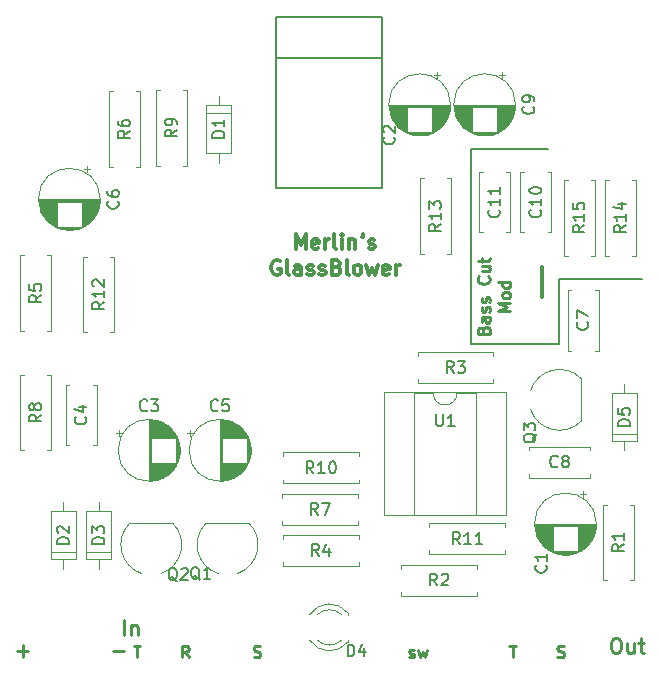
<source format=gbr>
G04 #@! TF.GenerationSoftware,KiCad,Pcbnew,(5.1.5-0-10_14)*
G04 #@! TF.CreationDate,2020-04-25T21:08:45+01:00*
G04 #@! TF.ProjectId,GlassBlower,476c6173-7342-46c6-9f77-65722e6b6963,rev?*
G04 #@! TF.SameCoordinates,Original*
G04 #@! TF.FileFunction,Legend,Top*
G04 #@! TF.FilePolarity,Positive*
%FSLAX46Y46*%
G04 Gerber Fmt 4.6, Leading zero omitted, Abs format (unit mm)*
G04 Created by KiCad (PCBNEW (5.1.5-0-10_14)) date 2020-04-25 21:08:45*
%MOMM*%
%LPD*%
G04 APERTURE LIST*
%ADD10C,0.300000*%
%ADD11C,0.150000*%
%ADD12C,0.250000*%
%ADD13C,0.120000*%
G04 APERTURE END LIST*
D10*
X162340000Y-62000000D02*
X162340000Y-64500000D01*
D11*
X163840000Y-63000000D02*
X170840000Y-63000000D01*
X163840000Y-68500000D02*
X163840000Y-63000000D01*
X156340000Y-68500000D02*
X163840000Y-68500000D01*
X156340000Y-52000000D02*
X156340000Y-68500000D01*
X162840000Y-52000000D02*
X156340000Y-52000000D01*
D12*
X157393571Y-67309523D02*
X157441190Y-67166666D01*
X157488809Y-67119047D01*
X157584047Y-67071428D01*
X157726904Y-67071428D01*
X157822142Y-67119047D01*
X157869761Y-67166666D01*
X157917380Y-67261904D01*
X157917380Y-67642857D01*
X156917380Y-67642857D01*
X156917380Y-67309523D01*
X156965000Y-67214285D01*
X157012619Y-67166666D01*
X157107857Y-67119047D01*
X157203095Y-67119047D01*
X157298333Y-67166666D01*
X157345952Y-67214285D01*
X157393571Y-67309523D01*
X157393571Y-67642857D01*
X157917380Y-66214285D02*
X157393571Y-66214285D01*
X157298333Y-66261904D01*
X157250714Y-66357142D01*
X157250714Y-66547619D01*
X157298333Y-66642857D01*
X157869761Y-66214285D02*
X157917380Y-66309523D01*
X157917380Y-66547619D01*
X157869761Y-66642857D01*
X157774523Y-66690476D01*
X157679285Y-66690476D01*
X157584047Y-66642857D01*
X157536428Y-66547619D01*
X157536428Y-66309523D01*
X157488809Y-66214285D01*
X157869761Y-65785714D02*
X157917380Y-65690476D01*
X157917380Y-65500000D01*
X157869761Y-65404761D01*
X157774523Y-65357142D01*
X157726904Y-65357142D01*
X157631666Y-65404761D01*
X157584047Y-65500000D01*
X157584047Y-65642857D01*
X157536428Y-65738095D01*
X157441190Y-65785714D01*
X157393571Y-65785714D01*
X157298333Y-65738095D01*
X157250714Y-65642857D01*
X157250714Y-65500000D01*
X157298333Y-65404761D01*
X157869761Y-64976190D02*
X157917380Y-64880952D01*
X157917380Y-64690476D01*
X157869761Y-64595238D01*
X157774523Y-64547619D01*
X157726904Y-64547619D01*
X157631666Y-64595238D01*
X157584047Y-64690476D01*
X157584047Y-64833333D01*
X157536428Y-64928571D01*
X157441190Y-64976190D01*
X157393571Y-64976190D01*
X157298333Y-64928571D01*
X157250714Y-64833333D01*
X157250714Y-64690476D01*
X157298333Y-64595238D01*
X157822142Y-62785714D02*
X157869761Y-62833333D01*
X157917380Y-62976190D01*
X157917380Y-63071428D01*
X157869761Y-63214285D01*
X157774523Y-63309523D01*
X157679285Y-63357142D01*
X157488809Y-63404761D01*
X157345952Y-63404761D01*
X157155476Y-63357142D01*
X157060238Y-63309523D01*
X156965000Y-63214285D01*
X156917380Y-63071428D01*
X156917380Y-62976190D01*
X156965000Y-62833333D01*
X157012619Y-62785714D01*
X157250714Y-61928571D02*
X157917380Y-61928571D01*
X157250714Y-62357142D02*
X157774523Y-62357142D01*
X157869761Y-62309523D01*
X157917380Y-62214285D01*
X157917380Y-62071428D01*
X157869761Y-61976190D01*
X157822142Y-61928571D01*
X157250714Y-61595238D02*
X157250714Y-61214285D01*
X156917380Y-61452380D02*
X157774523Y-61452380D01*
X157869761Y-61404761D01*
X157917380Y-61309523D01*
X157917380Y-61214285D01*
X159667380Y-65738095D02*
X158667380Y-65738095D01*
X159381666Y-65404761D01*
X158667380Y-65071428D01*
X159667380Y-65071428D01*
X159667380Y-64452380D02*
X159619761Y-64547619D01*
X159572142Y-64595238D01*
X159476904Y-64642857D01*
X159191190Y-64642857D01*
X159095952Y-64595238D01*
X159048333Y-64547619D01*
X159000714Y-64452380D01*
X159000714Y-64309523D01*
X159048333Y-64214285D01*
X159095952Y-64166666D01*
X159191190Y-64119047D01*
X159476904Y-64119047D01*
X159572142Y-64166666D01*
X159619761Y-64214285D01*
X159667380Y-64309523D01*
X159667380Y-64452380D01*
X159667380Y-63261904D02*
X158667380Y-63261904D01*
X159619761Y-63261904D02*
X159667380Y-63357142D01*
X159667380Y-63547619D01*
X159619761Y-63642857D01*
X159572142Y-63690476D01*
X159476904Y-63738095D01*
X159191190Y-63738095D01*
X159095952Y-63690476D01*
X159048333Y-63642857D01*
X159000714Y-63547619D01*
X159000714Y-63357142D01*
X159048333Y-63261904D01*
X151097904Y-94996761D02*
X151193142Y-95044380D01*
X151383619Y-95044380D01*
X151478857Y-94996761D01*
X151526476Y-94901523D01*
X151526476Y-94853904D01*
X151478857Y-94758666D01*
X151383619Y-94711047D01*
X151240761Y-94711047D01*
X151145523Y-94663428D01*
X151097904Y-94568190D01*
X151097904Y-94520571D01*
X151145523Y-94425333D01*
X151240761Y-94377714D01*
X151383619Y-94377714D01*
X151478857Y-94425333D01*
X151859809Y-94377714D02*
X152050285Y-95044380D01*
X152240761Y-94568190D01*
X152431238Y-95044380D01*
X152621714Y-94377714D01*
X163670285Y-94996761D02*
X163813142Y-95044380D01*
X164051238Y-95044380D01*
X164146476Y-94996761D01*
X164194095Y-94949142D01*
X164241714Y-94853904D01*
X164241714Y-94758666D01*
X164194095Y-94663428D01*
X164146476Y-94615809D01*
X164051238Y-94568190D01*
X163860761Y-94520571D01*
X163765523Y-94472952D01*
X163717904Y-94425333D01*
X163670285Y-94330095D01*
X163670285Y-94234857D01*
X163717904Y-94139619D01*
X163765523Y-94092000D01*
X163860761Y-94044380D01*
X164098857Y-94044380D01*
X164241714Y-94092000D01*
X159606285Y-94044380D02*
X160177714Y-94044380D01*
X159892000Y-95044380D02*
X159892000Y-94044380D01*
X127778285Y-94044380D02*
X128349714Y-94044380D01*
X128064000Y-95044380D02*
X128064000Y-94044380D01*
D10*
X141506666Y-60477976D02*
X141506666Y-59227976D01*
X141923333Y-60120833D01*
X142340000Y-59227976D01*
X142340000Y-60477976D01*
X143411428Y-60418452D02*
X143292380Y-60477976D01*
X143054285Y-60477976D01*
X142935238Y-60418452D01*
X142875714Y-60299404D01*
X142875714Y-59823214D01*
X142935238Y-59704166D01*
X143054285Y-59644642D01*
X143292380Y-59644642D01*
X143411428Y-59704166D01*
X143470952Y-59823214D01*
X143470952Y-59942261D01*
X142875714Y-60061309D01*
X144006666Y-60477976D02*
X144006666Y-59644642D01*
X144006666Y-59882738D02*
X144066190Y-59763690D01*
X144125714Y-59704166D01*
X144244761Y-59644642D01*
X144363809Y-59644642D01*
X144959047Y-60477976D02*
X144840000Y-60418452D01*
X144780476Y-60299404D01*
X144780476Y-59227976D01*
X145435238Y-60477976D02*
X145435238Y-59644642D01*
X145435238Y-59227976D02*
X145375714Y-59287500D01*
X145435238Y-59347023D01*
X145494761Y-59287500D01*
X145435238Y-59227976D01*
X145435238Y-59347023D01*
X146030476Y-59644642D02*
X146030476Y-60477976D01*
X146030476Y-59763690D02*
X146090000Y-59704166D01*
X146209047Y-59644642D01*
X146387619Y-59644642D01*
X146506666Y-59704166D01*
X146566190Y-59823214D01*
X146566190Y-60477976D01*
X147220952Y-59227976D02*
X147220952Y-59287500D01*
X147161428Y-59406547D01*
X147101904Y-59466071D01*
X147697142Y-60418452D02*
X147816190Y-60477976D01*
X148054285Y-60477976D01*
X148173333Y-60418452D01*
X148232857Y-60299404D01*
X148232857Y-60239880D01*
X148173333Y-60120833D01*
X148054285Y-60061309D01*
X147875714Y-60061309D01*
X147756666Y-60001785D01*
X147697142Y-59882738D01*
X147697142Y-59823214D01*
X147756666Y-59704166D01*
X147875714Y-59644642D01*
X148054285Y-59644642D01*
X148173333Y-59704166D01*
X140167380Y-61462500D02*
X140048333Y-61402976D01*
X139869761Y-61402976D01*
X139691190Y-61462500D01*
X139572142Y-61581547D01*
X139512619Y-61700595D01*
X139453095Y-61938690D01*
X139453095Y-62117261D01*
X139512619Y-62355357D01*
X139572142Y-62474404D01*
X139691190Y-62593452D01*
X139869761Y-62652976D01*
X139988809Y-62652976D01*
X140167380Y-62593452D01*
X140226904Y-62533928D01*
X140226904Y-62117261D01*
X139988809Y-62117261D01*
X140941190Y-62652976D02*
X140822142Y-62593452D01*
X140762619Y-62474404D01*
X140762619Y-61402976D01*
X141953095Y-62652976D02*
X141953095Y-61998214D01*
X141893571Y-61879166D01*
X141774523Y-61819642D01*
X141536428Y-61819642D01*
X141417380Y-61879166D01*
X141953095Y-62593452D02*
X141834047Y-62652976D01*
X141536428Y-62652976D01*
X141417380Y-62593452D01*
X141357857Y-62474404D01*
X141357857Y-62355357D01*
X141417380Y-62236309D01*
X141536428Y-62176785D01*
X141834047Y-62176785D01*
X141953095Y-62117261D01*
X142488809Y-62593452D02*
X142607857Y-62652976D01*
X142845952Y-62652976D01*
X142965000Y-62593452D01*
X143024523Y-62474404D01*
X143024523Y-62414880D01*
X142965000Y-62295833D01*
X142845952Y-62236309D01*
X142667380Y-62236309D01*
X142548333Y-62176785D01*
X142488809Y-62057738D01*
X142488809Y-61998214D01*
X142548333Y-61879166D01*
X142667380Y-61819642D01*
X142845952Y-61819642D01*
X142965000Y-61879166D01*
X143500714Y-62593452D02*
X143619761Y-62652976D01*
X143857857Y-62652976D01*
X143976904Y-62593452D01*
X144036428Y-62474404D01*
X144036428Y-62414880D01*
X143976904Y-62295833D01*
X143857857Y-62236309D01*
X143679285Y-62236309D01*
X143560238Y-62176785D01*
X143500714Y-62057738D01*
X143500714Y-61998214D01*
X143560238Y-61879166D01*
X143679285Y-61819642D01*
X143857857Y-61819642D01*
X143976904Y-61879166D01*
X144988809Y-61998214D02*
X145167380Y-62057738D01*
X145226904Y-62117261D01*
X145286428Y-62236309D01*
X145286428Y-62414880D01*
X145226904Y-62533928D01*
X145167380Y-62593452D01*
X145048333Y-62652976D01*
X144572142Y-62652976D01*
X144572142Y-61402976D01*
X144988809Y-61402976D01*
X145107857Y-61462500D01*
X145167380Y-61522023D01*
X145226904Y-61641071D01*
X145226904Y-61760119D01*
X145167380Y-61879166D01*
X145107857Y-61938690D01*
X144988809Y-61998214D01*
X144572142Y-61998214D01*
X146000714Y-62652976D02*
X145881666Y-62593452D01*
X145822142Y-62474404D01*
X145822142Y-61402976D01*
X146655476Y-62652976D02*
X146536428Y-62593452D01*
X146476904Y-62533928D01*
X146417380Y-62414880D01*
X146417380Y-62057738D01*
X146476904Y-61938690D01*
X146536428Y-61879166D01*
X146655476Y-61819642D01*
X146834047Y-61819642D01*
X146953095Y-61879166D01*
X147012619Y-61938690D01*
X147072142Y-62057738D01*
X147072142Y-62414880D01*
X147012619Y-62533928D01*
X146953095Y-62593452D01*
X146834047Y-62652976D01*
X146655476Y-62652976D01*
X147488809Y-61819642D02*
X147726904Y-62652976D01*
X147965000Y-62057738D01*
X148203095Y-62652976D01*
X148441190Y-61819642D01*
X149393571Y-62593452D02*
X149274523Y-62652976D01*
X149036428Y-62652976D01*
X148917380Y-62593452D01*
X148857857Y-62474404D01*
X148857857Y-61998214D01*
X148917380Y-61879166D01*
X149036428Y-61819642D01*
X149274523Y-61819642D01*
X149393571Y-61879166D01*
X149453095Y-61998214D01*
X149453095Y-62117261D01*
X148857857Y-62236309D01*
X149988809Y-62652976D02*
X149988809Y-61819642D01*
X149988809Y-62057738D02*
X150048333Y-61938690D01*
X150107857Y-61879166D01*
X150226904Y-61819642D01*
X150345952Y-61819642D01*
D12*
X127008190Y-94502714D02*
X126055809Y-94502714D01*
X118880190Y-94502714D02*
X117927809Y-94502714D01*
X118404000Y-94026523D02*
X118404000Y-94978904D01*
X168502333Y-93399476D02*
X168740428Y-93399476D01*
X168859476Y-93459000D01*
X168978523Y-93578047D01*
X169038047Y-93816142D01*
X169038047Y-94232809D01*
X168978523Y-94470904D01*
X168859476Y-94589952D01*
X168740428Y-94649476D01*
X168502333Y-94649476D01*
X168383285Y-94589952D01*
X168264238Y-94470904D01*
X168204714Y-94232809D01*
X168204714Y-93816142D01*
X168264238Y-93578047D01*
X168383285Y-93459000D01*
X168502333Y-93399476D01*
X170109476Y-93816142D02*
X170109476Y-94649476D01*
X169573761Y-93816142D02*
X169573761Y-94470904D01*
X169633285Y-94589952D01*
X169752333Y-94649476D01*
X169930904Y-94649476D01*
X170049952Y-94589952D01*
X170109476Y-94530428D01*
X170526142Y-93816142D02*
X171002333Y-93816142D01*
X170704714Y-93399476D02*
X170704714Y-94470904D01*
X170764238Y-94589952D01*
X170883285Y-94649476D01*
X171002333Y-94649476D01*
X137938285Y-94996761D02*
X138081142Y-95044380D01*
X138319238Y-95044380D01*
X138414476Y-94996761D01*
X138462095Y-94949142D01*
X138509714Y-94853904D01*
X138509714Y-94758666D01*
X138462095Y-94663428D01*
X138414476Y-94615809D01*
X138319238Y-94568190D01*
X138128761Y-94520571D01*
X138033523Y-94472952D01*
X137985904Y-94425333D01*
X137938285Y-94330095D01*
X137938285Y-94234857D01*
X137985904Y-94139619D01*
X138033523Y-94092000D01*
X138128761Y-94044380D01*
X138366857Y-94044380D01*
X138509714Y-94092000D01*
X132437523Y-95044380D02*
X132104190Y-94568190D01*
X131866095Y-95044380D02*
X131866095Y-94044380D01*
X132247047Y-94044380D01*
X132342285Y-94092000D01*
X132389904Y-94139619D01*
X132437523Y-94234857D01*
X132437523Y-94377714D01*
X132389904Y-94472952D01*
X132342285Y-94520571D01*
X132247047Y-94568190D01*
X131866095Y-94568190D01*
X126990523Y-93125476D02*
X126990523Y-91875476D01*
X127585761Y-92292142D02*
X127585761Y-93125476D01*
X127585761Y-92411190D02*
X127645285Y-92351666D01*
X127764333Y-92292142D01*
X127942904Y-92292142D01*
X128061952Y-92351666D01*
X128121476Y-92470714D01*
X128121476Y-93125476D01*
D13*
X155150000Y-72670000D02*
G75*
G02X153150000Y-72670000I-1000000J0D01*
G01*
X153150000Y-72670000D02*
X151500000Y-72670000D01*
X151500000Y-72670000D02*
X151500000Y-82950000D01*
X151500000Y-82950000D02*
X156800000Y-82950000D01*
X156800000Y-82950000D02*
X156800000Y-72670000D01*
X156800000Y-72670000D02*
X155150000Y-72670000D01*
X149010000Y-72610000D02*
X149010000Y-83010000D01*
X149010000Y-83010000D02*
X159290000Y-83010000D01*
X159290000Y-83010000D02*
X159290000Y-72610000D01*
X159290000Y-72610000D02*
X149010000Y-72610000D01*
X166960000Y-83750000D02*
G75*
G03X166960000Y-83750000I-2620000J0D01*
G01*
X166920000Y-83750000D02*
X161760000Y-83750000D01*
X166920000Y-83790000D02*
X161760000Y-83790000D01*
X166919000Y-83830000D02*
X161761000Y-83830000D01*
X166918000Y-83870000D02*
X161762000Y-83870000D01*
X166916000Y-83910000D02*
X161764000Y-83910000D01*
X166913000Y-83950000D02*
X161767000Y-83950000D01*
X166909000Y-83990000D02*
X165380000Y-83990000D01*
X163300000Y-83990000D02*
X161771000Y-83990000D01*
X166905000Y-84030000D02*
X165380000Y-84030000D01*
X163300000Y-84030000D02*
X161775000Y-84030000D01*
X166901000Y-84070000D02*
X165380000Y-84070000D01*
X163300000Y-84070000D02*
X161779000Y-84070000D01*
X166896000Y-84110000D02*
X165380000Y-84110000D01*
X163300000Y-84110000D02*
X161784000Y-84110000D01*
X166890000Y-84150000D02*
X165380000Y-84150000D01*
X163300000Y-84150000D02*
X161790000Y-84150000D01*
X166883000Y-84190000D02*
X165380000Y-84190000D01*
X163300000Y-84190000D02*
X161797000Y-84190000D01*
X166876000Y-84230000D02*
X165380000Y-84230000D01*
X163300000Y-84230000D02*
X161804000Y-84230000D01*
X166868000Y-84270000D02*
X165380000Y-84270000D01*
X163300000Y-84270000D02*
X161812000Y-84270000D01*
X166860000Y-84310000D02*
X165380000Y-84310000D01*
X163300000Y-84310000D02*
X161820000Y-84310000D01*
X166851000Y-84350000D02*
X165380000Y-84350000D01*
X163300000Y-84350000D02*
X161829000Y-84350000D01*
X166841000Y-84390000D02*
X165380000Y-84390000D01*
X163300000Y-84390000D02*
X161839000Y-84390000D01*
X166831000Y-84430000D02*
X165380000Y-84430000D01*
X163300000Y-84430000D02*
X161849000Y-84430000D01*
X166820000Y-84471000D02*
X165380000Y-84471000D01*
X163300000Y-84471000D02*
X161860000Y-84471000D01*
X166808000Y-84511000D02*
X165380000Y-84511000D01*
X163300000Y-84511000D02*
X161872000Y-84511000D01*
X166795000Y-84551000D02*
X165380000Y-84551000D01*
X163300000Y-84551000D02*
X161885000Y-84551000D01*
X166782000Y-84591000D02*
X165380000Y-84591000D01*
X163300000Y-84591000D02*
X161898000Y-84591000D01*
X166768000Y-84631000D02*
X165380000Y-84631000D01*
X163300000Y-84631000D02*
X161912000Y-84631000D01*
X166754000Y-84671000D02*
X165380000Y-84671000D01*
X163300000Y-84671000D02*
X161926000Y-84671000D01*
X166738000Y-84711000D02*
X165380000Y-84711000D01*
X163300000Y-84711000D02*
X161942000Y-84711000D01*
X166722000Y-84751000D02*
X165380000Y-84751000D01*
X163300000Y-84751000D02*
X161958000Y-84751000D01*
X166705000Y-84791000D02*
X165380000Y-84791000D01*
X163300000Y-84791000D02*
X161975000Y-84791000D01*
X166688000Y-84831000D02*
X165380000Y-84831000D01*
X163300000Y-84831000D02*
X161992000Y-84831000D01*
X166669000Y-84871000D02*
X165380000Y-84871000D01*
X163300000Y-84871000D02*
X162011000Y-84871000D01*
X166650000Y-84911000D02*
X165380000Y-84911000D01*
X163300000Y-84911000D02*
X162030000Y-84911000D01*
X166630000Y-84951000D02*
X165380000Y-84951000D01*
X163300000Y-84951000D02*
X162050000Y-84951000D01*
X166608000Y-84991000D02*
X165380000Y-84991000D01*
X163300000Y-84991000D02*
X162072000Y-84991000D01*
X166587000Y-85031000D02*
X165380000Y-85031000D01*
X163300000Y-85031000D02*
X162093000Y-85031000D01*
X166564000Y-85071000D02*
X165380000Y-85071000D01*
X163300000Y-85071000D02*
X162116000Y-85071000D01*
X166540000Y-85111000D02*
X165380000Y-85111000D01*
X163300000Y-85111000D02*
X162140000Y-85111000D01*
X166515000Y-85151000D02*
X165380000Y-85151000D01*
X163300000Y-85151000D02*
X162165000Y-85151000D01*
X166489000Y-85191000D02*
X165380000Y-85191000D01*
X163300000Y-85191000D02*
X162191000Y-85191000D01*
X166462000Y-85231000D02*
X165380000Y-85231000D01*
X163300000Y-85231000D02*
X162218000Y-85231000D01*
X166435000Y-85271000D02*
X165380000Y-85271000D01*
X163300000Y-85271000D02*
X162245000Y-85271000D01*
X166405000Y-85311000D02*
X165380000Y-85311000D01*
X163300000Y-85311000D02*
X162275000Y-85311000D01*
X166375000Y-85351000D02*
X165380000Y-85351000D01*
X163300000Y-85351000D02*
X162305000Y-85351000D01*
X166344000Y-85391000D02*
X165380000Y-85391000D01*
X163300000Y-85391000D02*
X162336000Y-85391000D01*
X166311000Y-85431000D02*
X165380000Y-85431000D01*
X163300000Y-85431000D02*
X162369000Y-85431000D01*
X166277000Y-85471000D02*
X165380000Y-85471000D01*
X163300000Y-85471000D02*
X162403000Y-85471000D01*
X166241000Y-85511000D02*
X165380000Y-85511000D01*
X163300000Y-85511000D02*
X162439000Y-85511000D01*
X166204000Y-85551000D02*
X165380000Y-85551000D01*
X163300000Y-85551000D02*
X162476000Y-85551000D01*
X166166000Y-85591000D02*
X165380000Y-85591000D01*
X163300000Y-85591000D02*
X162514000Y-85591000D01*
X166125000Y-85631000D02*
X165380000Y-85631000D01*
X163300000Y-85631000D02*
X162555000Y-85631000D01*
X166083000Y-85671000D02*
X165380000Y-85671000D01*
X163300000Y-85671000D02*
X162597000Y-85671000D01*
X166039000Y-85711000D02*
X165380000Y-85711000D01*
X163300000Y-85711000D02*
X162641000Y-85711000D01*
X165993000Y-85751000D02*
X165380000Y-85751000D01*
X163300000Y-85751000D02*
X162687000Y-85751000D01*
X165945000Y-85791000D02*
X165380000Y-85791000D01*
X163300000Y-85791000D02*
X162735000Y-85791000D01*
X165894000Y-85831000D02*
X165380000Y-85831000D01*
X163300000Y-85831000D02*
X162786000Y-85831000D01*
X165840000Y-85871000D02*
X165380000Y-85871000D01*
X163300000Y-85871000D02*
X162840000Y-85871000D01*
X165783000Y-85911000D02*
X165380000Y-85911000D01*
X163300000Y-85911000D02*
X162897000Y-85911000D01*
X165723000Y-85951000D02*
X165380000Y-85951000D01*
X163300000Y-85951000D02*
X162957000Y-85951000D01*
X165659000Y-85991000D02*
X165380000Y-85991000D01*
X163300000Y-85991000D02*
X163021000Y-85991000D01*
X165591000Y-86031000D02*
X165380000Y-86031000D01*
X163300000Y-86031000D02*
X163089000Y-86031000D01*
X165518000Y-86071000D02*
X163162000Y-86071000D01*
X165438000Y-86111000D02*
X163242000Y-86111000D01*
X165351000Y-86151000D02*
X163329000Y-86151000D01*
X165255000Y-86191000D02*
X163425000Y-86191000D01*
X165145000Y-86231000D02*
X163535000Y-86231000D01*
X165017000Y-86271000D02*
X163663000Y-86271000D01*
X164858000Y-86311000D02*
X163822000Y-86311000D01*
X164624000Y-86351000D02*
X164056000Y-86351000D01*
X165815000Y-80945225D02*
X165815000Y-81445225D01*
X166065000Y-81195225D02*
X165565000Y-81195225D01*
X122030000Y-77060000D02*
X122030000Y-71940000D01*
X124650000Y-77060000D02*
X124650000Y-71940000D01*
X122030000Y-77060000D02*
X122344000Y-77060000D01*
X124336000Y-77060000D02*
X124650000Y-77060000D01*
X122030000Y-71940000D02*
X122344000Y-71940000D01*
X124336000Y-71940000D02*
X124650000Y-71940000D01*
X137530000Y-83650000D02*
X133930000Y-83650000D01*
X137541875Y-83658259D02*
G75*
G02X136550000Y-87950000I-1811875J-1841741D01*
G01*
X133921555Y-83672316D02*
G75*
G03X134950000Y-87950000I1808445J-1827684D01*
G01*
X158240000Y-71480000D02*
X158240000Y-71810000D01*
X158240000Y-71810000D02*
X151820000Y-71810000D01*
X151820000Y-71810000D02*
X151820000Y-71480000D01*
X158240000Y-69520000D02*
X158240000Y-69190000D01*
X158240000Y-69190000D02*
X151820000Y-69190000D01*
X151820000Y-69190000D02*
X151820000Y-69520000D01*
D11*
X148840880Y-44299360D02*
X139839120Y-44299360D01*
X148840880Y-40799240D02*
X139839120Y-40799240D01*
X139839120Y-40799240D02*
X139839120Y-55300100D01*
X139839120Y-55300100D02*
X148840880Y-55300100D01*
X148840880Y-55300100D02*
X148840880Y-40799240D01*
D13*
X150440000Y-87520000D02*
X150440000Y-87190000D01*
X150440000Y-87190000D02*
X156860000Y-87190000D01*
X156860000Y-87190000D02*
X156860000Y-87520000D01*
X150440000Y-89480000D02*
X150440000Y-89810000D01*
X150440000Y-89810000D02*
X156860000Y-89810000D01*
X156860000Y-89810000D02*
X156860000Y-89480000D01*
X118520000Y-67400000D02*
X118190000Y-67400000D01*
X118190000Y-67400000D02*
X118190000Y-60980000D01*
X118190000Y-60980000D02*
X118520000Y-60980000D01*
X120480000Y-67400000D02*
X120810000Y-67400000D01*
X120810000Y-67400000D02*
X120810000Y-60980000D01*
X120810000Y-60980000D02*
X120480000Y-60980000D01*
X136060000Y-48250000D02*
X133940000Y-48250000D01*
X133940000Y-48250000D02*
X133940000Y-52370000D01*
X133940000Y-52370000D02*
X136060000Y-52370000D01*
X136060000Y-52370000D02*
X136060000Y-48250000D01*
X135000000Y-47480000D02*
X135000000Y-48250000D01*
X135000000Y-53140000D02*
X135000000Y-52370000D01*
X136060000Y-48910000D02*
X133940000Y-48910000D01*
X168280000Y-76090000D02*
X170400000Y-76090000D01*
X169340000Y-71860000D02*
X169340000Y-72630000D01*
X169340000Y-77520000D02*
X169340000Y-76750000D01*
X168280000Y-72630000D02*
X168280000Y-76750000D01*
X170400000Y-72630000D02*
X168280000Y-72630000D01*
X170400000Y-76750000D02*
X170400000Y-72630000D01*
X168280000Y-76750000D02*
X170400000Y-76750000D01*
X167530000Y-88520000D02*
X167860000Y-88520000D01*
X167530000Y-82100000D02*
X167530000Y-88520000D01*
X167860000Y-82100000D02*
X167530000Y-82100000D01*
X170150000Y-88520000D02*
X169820000Y-88520000D01*
X170150000Y-82100000D02*
X170150000Y-88520000D01*
X169820000Y-82100000D02*
X170150000Y-82100000D01*
X140320000Y-81190000D02*
X140320000Y-81520000D01*
X146740000Y-81190000D02*
X140320000Y-81190000D01*
X146740000Y-81520000D02*
X146740000Y-81190000D01*
X140320000Y-83810000D02*
X140320000Y-83480000D01*
X146740000Y-83810000D02*
X140320000Y-83810000D01*
X146740000Y-83480000D02*
X146740000Y-83810000D01*
X118520000Y-77520000D02*
X118190000Y-77520000D01*
X118190000Y-77520000D02*
X118190000Y-71100000D01*
X118190000Y-71100000D02*
X118520000Y-71100000D01*
X120480000Y-77520000D02*
X120810000Y-77520000D01*
X120810000Y-77520000D02*
X120810000Y-71100000D01*
X120810000Y-71100000D02*
X120480000Y-71100000D01*
X130020000Y-53400000D02*
X129690000Y-53400000D01*
X129690000Y-53400000D02*
X129690000Y-46980000D01*
X129690000Y-46980000D02*
X130020000Y-46980000D01*
X131980000Y-53400000D02*
X132310000Y-53400000D01*
X132310000Y-53400000D02*
X132310000Y-46980000D01*
X132310000Y-46980000D02*
X131980000Y-46980000D01*
X146860000Y-80310000D02*
X146860000Y-79980000D01*
X140440000Y-80310000D02*
X146860000Y-80310000D01*
X140440000Y-79980000D02*
X140440000Y-80310000D01*
X146860000Y-77690000D02*
X146860000Y-78020000D01*
X140440000Y-77690000D02*
X146860000Y-77690000D01*
X140440000Y-78020000D02*
X140440000Y-77690000D01*
X152820000Y-83690000D02*
X152820000Y-84020000D01*
X159240000Y-83690000D02*
X152820000Y-83690000D01*
X159240000Y-84020000D02*
X159240000Y-83690000D01*
X152820000Y-86310000D02*
X152820000Y-85980000D01*
X159240000Y-86310000D02*
X152820000Y-86310000D01*
X159240000Y-85980000D02*
X159240000Y-86310000D01*
X169980000Y-54600000D02*
X170310000Y-54600000D01*
X170310000Y-54600000D02*
X170310000Y-61020000D01*
X170310000Y-61020000D02*
X169980000Y-61020000D01*
X168020000Y-54600000D02*
X167690000Y-54600000D01*
X167690000Y-54600000D02*
X167690000Y-61020000D01*
X167690000Y-61020000D02*
X168020000Y-61020000D01*
X164190000Y-61020000D02*
X164520000Y-61020000D01*
X164190000Y-54600000D02*
X164190000Y-61020000D01*
X164520000Y-54600000D02*
X164190000Y-54600000D01*
X166810000Y-61020000D02*
X166480000Y-61020000D01*
X166810000Y-54600000D02*
X166810000Y-61020000D01*
X166480000Y-54600000D02*
X166810000Y-54600000D01*
X127461555Y-83672316D02*
G75*
G03X128490000Y-87950000I1808445J-1827684D01*
G01*
X131081875Y-83658259D02*
G75*
G02X130090000Y-87950000I-1811875J-1841741D01*
G01*
X131070000Y-83650000D02*
X127470000Y-83650000D01*
X153725000Y-45695225D02*
X153225000Y-45695225D01*
X153475000Y-45445225D02*
X153475000Y-45945225D01*
X152284000Y-50851000D02*
X151716000Y-50851000D01*
X152518000Y-50811000D02*
X151482000Y-50811000D01*
X152677000Y-50771000D02*
X151323000Y-50771000D01*
X152805000Y-50731000D02*
X151195000Y-50731000D01*
X152915000Y-50691000D02*
X151085000Y-50691000D01*
X153011000Y-50651000D02*
X150989000Y-50651000D01*
X153098000Y-50611000D02*
X150902000Y-50611000D01*
X153178000Y-50571000D02*
X150822000Y-50571000D01*
X150960000Y-50531000D02*
X150749000Y-50531000D01*
X153251000Y-50531000D02*
X153040000Y-50531000D01*
X150960000Y-50491000D02*
X150681000Y-50491000D01*
X153319000Y-50491000D02*
X153040000Y-50491000D01*
X150960000Y-50451000D02*
X150617000Y-50451000D01*
X153383000Y-50451000D02*
X153040000Y-50451000D01*
X150960000Y-50411000D02*
X150557000Y-50411000D01*
X153443000Y-50411000D02*
X153040000Y-50411000D01*
X150960000Y-50371000D02*
X150500000Y-50371000D01*
X153500000Y-50371000D02*
X153040000Y-50371000D01*
X150960000Y-50331000D02*
X150446000Y-50331000D01*
X153554000Y-50331000D02*
X153040000Y-50331000D01*
X150960000Y-50291000D02*
X150395000Y-50291000D01*
X153605000Y-50291000D02*
X153040000Y-50291000D01*
X150960000Y-50251000D02*
X150347000Y-50251000D01*
X153653000Y-50251000D02*
X153040000Y-50251000D01*
X150960000Y-50211000D02*
X150301000Y-50211000D01*
X153699000Y-50211000D02*
X153040000Y-50211000D01*
X150960000Y-50171000D02*
X150257000Y-50171000D01*
X153743000Y-50171000D02*
X153040000Y-50171000D01*
X150960000Y-50131000D02*
X150215000Y-50131000D01*
X153785000Y-50131000D02*
X153040000Y-50131000D01*
X150960000Y-50091000D02*
X150174000Y-50091000D01*
X153826000Y-50091000D02*
X153040000Y-50091000D01*
X150960000Y-50051000D02*
X150136000Y-50051000D01*
X153864000Y-50051000D02*
X153040000Y-50051000D01*
X150960000Y-50011000D02*
X150099000Y-50011000D01*
X153901000Y-50011000D02*
X153040000Y-50011000D01*
X150960000Y-49971000D02*
X150063000Y-49971000D01*
X153937000Y-49971000D02*
X153040000Y-49971000D01*
X150960000Y-49931000D02*
X150029000Y-49931000D01*
X153971000Y-49931000D02*
X153040000Y-49931000D01*
X150960000Y-49891000D02*
X149996000Y-49891000D01*
X154004000Y-49891000D02*
X153040000Y-49891000D01*
X150960000Y-49851000D02*
X149965000Y-49851000D01*
X154035000Y-49851000D02*
X153040000Y-49851000D01*
X150960000Y-49811000D02*
X149935000Y-49811000D01*
X154065000Y-49811000D02*
X153040000Y-49811000D01*
X150960000Y-49771000D02*
X149905000Y-49771000D01*
X154095000Y-49771000D02*
X153040000Y-49771000D01*
X150960000Y-49731000D02*
X149878000Y-49731000D01*
X154122000Y-49731000D02*
X153040000Y-49731000D01*
X150960000Y-49691000D02*
X149851000Y-49691000D01*
X154149000Y-49691000D02*
X153040000Y-49691000D01*
X150960000Y-49651000D02*
X149825000Y-49651000D01*
X154175000Y-49651000D02*
X153040000Y-49651000D01*
X150960000Y-49611000D02*
X149800000Y-49611000D01*
X154200000Y-49611000D02*
X153040000Y-49611000D01*
X150960000Y-49571000D02*
X149776000Y-49571000D01*
X154224000Y-49571000D02*
X153040000Y-49571000D01*
X150960000Y-49531000D02*
X149753000Y-49531000D01*
X154247000Y-49531000D02*
X153040000Y-49531000D01*
X150960000Y-49491000D02*
X149732000Y-49491000D01*
X154268000Y-49491000D02*
X153040000Y-49491000D01*
X150960000Y-49451000D02*
X149710000Y-49451000D01*
X154290000Y-49451000D02*
X153040000Y-49451000D01*
X150960000Y-49411000D02*
X149690000Y-49411000D01*
X154310000Y-49411000D02*
X153040000Y-49411000D01*
X150960000Y-49371000D02*
X149671000Y-49371000D01*
X154329000Y-49371000D02*
X153040000Y-49371000D01*
X150960000Y-49331000D02*
X149652000Y-49331000D01*
X154348000Y-49331000D02*
X153040000Y-49331000D01*
X150960000Y-49291000D02*
X149635000Y-49291000D01*
X154365000Y-49291000D02*
X153040000Y-49291000D01*
X150960000Y-49251000D02*
X149618000Y-49251000D01*
X154382000Y-49251000D02*
X153040000Y-49251000D01*
X150960000Y-49211000D02*
X149602000Y-49211000D01*
X154398000Y-49211000D02*
X153040000Y-49211000D01*
X150960000Y-49171000D02*
X149586000Y-49171000D01*
X154414000Y-49171000D02*
X153040000Y-49171000D01*
X150960000Y-49131000D02*
X149572000Y-49131000D01*
X154428000Y-49131000D02*
X153040000Y-49131000D01*
X150960000Y-49091000D02*
X149558000Y-49091000D01*
X154442000Y-49091000D02*
X153040000Y-49091000D01*
X150960000Y-49051000D02*
X149545000Y-49051000D01*
X154455000Y-49051000D02*
X153040000Y-49051000D01*
X150960000Y-49011000D02*
X149532000Y-49011000D01*
X154468000Y-49011000D02*
X153040000Y-49011000D01*
X150960000Y-48971000D02*
X149520000Y-48971000D01*
X154480000Y-48971000D02*
X153040000Y-48971000D01*
X150960000Y-48930000D02*
X149509000Y-48930000D01*
X154491000Y-48930000D02*
X153040000Y-48930000D01*
X150960000Y-48890000D02*
X149499000Y-48890000D01*
X154501000Y-48890000D02*
X153040000Y-48890000D01*
X150960000Y-48850000D02*
X149489000Y-48850000D01*
X154511000Y-48850000D02*
X153040000Y-48850000D01*
X150960000Y-48810000D02*
X149480000Y-48810000D01*
X154520000Y-48810000D02*
X153040000Y-48810000D01*
X150960000Y-48770000D02*
X149472000Y-48770000D01*
X154528000Y-48770000D02*
X153040000Y-48770000D01*
X150960000Y-48730000D02*
X149464000Y-48730000D01*
X154536000Y-48730000D02*
X153040000Y-48730000D01*
X150960000Y-48690000D02*
X149457000Y-48690000D01*
X154543000Y-48690000D02*
X153040000Y-48690000D01*
X150960000Y-48650000D02*
X149450000Y-48650000D01*
X154550000Y-48650000D02*
X153040000Y-48650000D01*
X150960000Y-48610000D02*
X149444000Y-48610000D01*
X154556000Y-48610000D02*
X153040000Y-48610000D01*
X150960000Y-48570000D02*
X149439000Y-48570000D01*
X154561000Y-48570000D02*
X153040000Y-48570000D01*
X150960000Y-48530000D02*
X149435000Y-48530000D01*
X154565000Y-48530000D02*
X153040000Y-48530000D01*
X150960000Y-48490000D02*
X149431000Y-48490000D01*
X154569000Y-48490000D02*
X153040000Y-48490000D01*
X154573000Y-48450000D02*
X149427000Y-48450000D01*
X154576000Y-48410000D02*
X149424000Y-48410000D01*
X154578000Y-48370000D02*
X149422000Y-48370000D01*
X154579000Y-48330000D02*
X149421000Y-48330000D01*
X154580000Y-48290000D02*
X149420000Y-48290000D01*
X154580000Y-48250000D02*
X149420000Y-48250000D01*
X154620000Y-48250000D02*
G75*
G03X154620000Y-48250000I-2620000J0D01*
G01*
X137710000Y-77500000D02*
G75*
G03X137710000Y-77500000I-2620000J0D01*
G01*
X135090000Y-74920000D02*
X135090000Y-80080000D01*
X135130000Y-74920000D02*
X135130000Y-80080000D01*
X135170000Y-74921000D02*
X135170000Y-80079000D01*
X135210000Y-74922000D02*
X135210000Y-80078000D01*
X135250000Y-74924000D02*
X135250000Y-80076000D01*
X135290000Y-74927000D02*
X135290000Y-80073000D01*
X135330000Y-74931000D02*
X135330000Y-76460000D01*
X135330000Y-78540000D02*
X135330000Y-80069000D01*
X135370000Y-74935000D02*
X135370000Y-76460000D01*
X135370000Y-78540000D02*
X135370000Y-80065000D01*
X135410000Y-74939000D02*
X135410000Y-76460000D01*
X135410000Y-78540000D02*
X135410000Y-80061000D01*
X135450000Y-74944000D02*
X135450000Y-76460000D01*
X135450000Y-78540000D02*
X135450000Y-80056000D01*
X135490000Y-74950000D02*
X135490000Y-76460000D01*
X135490000Y-78540000D02*
X135490000Y-80050000D01*
X135530000Y-74957000D02*
X135530000Y-76460000D01*
X135530000Y-78540000D02*
X135530000Y-80043000D01*
X135570000Y-74964000D02*
X135570000Y-76460000D01*
X135570000Y-78540000D02*
X135570000Y-80036000D01*
X135610000Y-74972000D02*
X135610000Y-76460000D01*
X135610000Y-78540000D02*
X135610000Y-80028000D01*
X135650000Y-74980000D02*
X135650000Y-76460000D01*
X135650000Y-78540000D02*
X135650000Y-80020000D01*
X135690000Y-74989000D02*
X135690000Y-76460000D01*
X135690000Y-78540000D02*
X135690000Y-80011000D01*
X135730000Y-74999000D02*
X135730000Y-76460000D01*
X135730000Y-78540000D02*
X135730000Y-80001000D01*
X135770000Y-75009000D02*
X135770000Y-76460000D01*
X135770000Y-78540000D02*
X135770000Y-79991000D01*
X135811000Y-75020000D02*
X135811000Y-76460000D01*
X135811000Y-78540000D02*
X135811000Y-79980000D01*
X135851000Y-75032000D02*
X135851000Y-76460000D01*
X135851000Y-78540000D02*
X135851000Y-79968000D01*
X135891000Y-75045000D02*
X135891000Y-76460000D01*
X135891000Y-78540000D02*
X135891000Y-79955000D01*
X135931000Y-75058000D02*
X135931000Y-76460000D01*
X135931000Y-78540000D02*
X135931000Y-79942000D01*
X135971000Y-75072000D02*
X135971000Y-76460000D01*
X135971000Y-78540000D02*
X135971000Y-79928000D01*
X136011000Y-75086000D02*
X136011000Y-76460000D01*
X136011000Y-78540000D02*
X136011000Y-79914000D01*
X136051000Y-75102000D02*
X136051000Y-76460000D01*
X136051000Y-78540000D02*
X136051000Y-79898000D01*
X136091000Y-75118000D02*
X136091000Y-76460000D01*
X136091000Y-78540000D02*
X136091000Y-79882000D01*
X136131000Y-75135000D02*
X136131000Y-76460000D01*
X136131000Y-78540000D02*
X136131000Y-79865000D01*
X136171000Y-75152000D02*
X136171000Y-76460000D01*
X136171000Y-78540000D02*
X136171000Y-79848000D01*
X136211000Y-75171000D02*
X136211000Y-76460000D01*
X136211000Y-78540000D02*
X136211000Y-79829000D01*
X136251000Y-75190000D02*
X136251000Y-76460000D01*
X136251000Y-78540000D02*
X136251000Y-79810000D01*
X136291000Y-75210000D02*
X136291000Y-76460000D01*
X136291000Y-78540000D02*
X136291000Y-79790000D01*
X136331000Y-75232000D02*
X136331000Y-76460000D01*
X136331000Y-78540000D02*
X136331000Y-79768000D01*
X136371000Y-75253000D02*
X136371000Y-76460000D01*
X136371000Y-78540000D02*
X136371000Y-79747000D01*
X136411000Y-75276000D02*
X136411000Y-76460000D01*
X136411000Y-78540000D02*
X136411000Y-79724000D01*
X136451000Y-75300000D02*
X136451000Y-76460000D01*
X136451000Y-78540000D02*
X136451000Y-79700000D01*
X136491000Y-75325000D02*
X136491000Y-76460000D01*
X136491000Y-78540000D02*
X136491000Y-79675000D01*
X136531000Y-75351000D02*
X136531000Y-76460000D01*
X136531000Y-78540000D02*
X136531000Y-79649000D01*
X136571000Y-75378000D02*
X136571000Y-76460000D01*
X136571000Y-78540000D02*
X136571000Y-79622000D01*
X136611000Y-75405000D02*
X136611000Y-76460000D01*
X136611000Y-78540000D02*
X136611000Y-79595000D01*
X136651000Y-75435000D02*
X136651000Y-76460000D01*
X136651000Y-78540000D02*
X136651000Y-79565000D01*
X136691000Y-75465000D02*
X136691000Y-76460000D01*
X136691000Y-78540000D02*
X136691000Y-79535000D01*
X136731000Y-75496000D02*
X136731000Y-76460000D01*
X136731000Y-78540000D02*
X136731000Y-79504000D01*
X136771000Y-75529000D02*
X136771000Y-76460000D01*
X136771000Y-78540000D02*
X136771000Y-79471000D01*
X136811000Y-75563000D02*
X136811000Y-76460000D01*
X136811000Y-78540000D02*
X136811000Y-79437000D01*
X136851000Y-75599000D02*
X136851000Y-76460000D01*
X136851000Y-78540000D02*
X136851000Y-79401000D01*
X136891000Y-75636000D02*
X136891000Y-76460000D01*
X136891000Y-78540000D02*
X136891000Y-79364000D01*
X136931000Y-75674000D02*
X136931000Y-76460000D01*
X136931000Y-78540000D02*
X136931000Y-79326000D01*
X136971000Y-75715000D02*
X136971000Y-76460000D01*
X136971000Y-78540000D02*
X136971000Y-79285000D01*
X137011000Y-75757000D02*
X137011000Y-76460000D01*
X137011000Y-78540000D02*
X137011000Y-79243000D01*
X137051000Y-75801000D02*
X137051000Y-76460000D01*
X137051000Y-78540000D02*
X137051000Y-79199000D01*
X137091000Y-75847000D02*
X137091000Y-76460000D01*
X137091000Y-78540000D02*
X137091000Y-79153000D01*
X137131000Y-75895000D02*
X137131000Y-76460000D01*
X137131000Y-78540000D02*
X137131000Y-79105000D01*
X137171000Y-75946000D02*
X137171000Y-76460000D01*
X137171000Y-78540000D02*
X137171000Y-79054000D01*
X137211000Y-76000000D02*
X137211000Y-76460000D01*
X137211000Y-78540000D02*
X137211000Y-79000000D01*
X137251000Y-76057000D02*
X137251000Y-76460000D01*
X137251000Y-78540000D02*
X137251000Y-78943000D01*
X137291000Y-76117000D02*
X137291000Y-76460000D01*
X137291000Y-78540000D02*
X137291000Y-78883000D01*
X137331000Y-76181000D02*
X137331000Y-76460000D01*
X137331000Y-78540000D02*
X137331000Y-78819000D01*
X137371000Y-76249000D02*
X137371000Y-76460000D01*
X137371000Y-78540000D02*
X137371000Y-78751000D01*
X137411000Y-76322000D02*
X137411000Y-78678000D01*
X137451000Y-76402000D02*
X137451000Y-78598000D01*
X137491000Y-76489000D02*
X137491000Y-78511000D01*
X137531000Y-76585000D02*
X137531000Y-78415000D01*
X137571000Y-76695000D02*
X137571000Y-78305000D01*
X137611000Y-76823000D02*
X137611000Y-78177000D01*
X137651000Y-76982000D02*
X137651000Y-78018000D01*
X137691000Y-77216000D02*
X137691000Y-77784000D01*
X132285225Y-76025000D02*
X132785225Y-76025000D01*
X132535225Y-75775000D02*
X132535225Y-76275000D01*
X127980000Y-47100000D02*
X128310000Y-47100000D01*
X128310000Y-47100000D02*
X128310000Y-53520000D01*
X128310000Y-53520000D02*
X127980000Y-53520000D01*
X126020000Y-47100000D02*
X125690000Y-47100000D01*
X125690000Y-47100000D02*
X125690000Y-53520000D01*
X125690000Y-53520000D02*
X126020000Y-53520000D01*
X140440000Y-85020000D02*
X140440000Y-84690000D01*
X140440000Y-84690000D02*
X146860000Y-84690000D01*
X146860000Y-84690000D02*
X146860000Y-85020000D01*
X140440000Y-86980000D02*
X140440000Y-87310000D01*
X140440000Y-87310000D02*
X146860000Y-87310000D01*
X146860000Y-87310000D02*
X146860000Y-86980000D01*
X152360000Y-60900000D02*
X152030000Y-60900000D01*
X152030000Y-60900000D02*
X152030000Y-54480000D01*
X152030000Y-54480000D02*
X152360000Y-54480000D01*
X154320000Y-60900000D02*
X154650000Y-60900000D01*
X154650000Y-60900000D02*
X154650000Y-54480000D01*
X154650000Y-54480000D02*
X154320000Y-54480000D01*
X126535225Y-75775000D02*
X126535225Y-76275000D01*
X126285225Y-76025000D02*
X126785225Y-76025000D01*
X131691000Y-77216000D02*
X131691000Y-77784000D01*
X131651000Y-76982000D02*
X131651000Y-78018000D01*
X131611000Y-76823000D02*
X131611000Y-78177000D01*
X131571000Y-76695000D02*
X131571000Y-78305000D01*
X131531000Y-76585000D02*
X131531000Y-78415000D01*
X131491000Y-76489000D02*
X131491000Y-78511000D01*
X131451000Y-76402000D02*
X131451000Y-78598000D01*
X131411000Y-76322000D02*
X131411000Y-78678000D01*
X131371000Y-78540000D02*
X131371000Y-78751000D01*
X131371000Y-76249000D02*
X131371000Y-76460000D01*
X131331000Y-78540000D02*
X131331000Y-78819000D01*
X131331000Y-76181000D02*
X131331000Y-76460000D01*
X131291000Y-78540000D02*
X131291000Y-78883000D01*
X131291000Y-76117000D02*
X131291000Y-76460000D01*
X131251000Y-78540000D02*
X131251000Y-78943000D01*
X131251000Y-76057000D02*
X131251000Y-76460000D01*
X131211000Y-78540000D02*
X131211000Y-79000000D01*
X131211000Y-76000000D02*
X131211000Y-76460000D01*
X131171000Y-78540000D02*
X131171000Y-79054000D01*
X131171000Y-75946000D02*
X131171000Y-76460000D01*
X131131000Y-78540000D02*
X131131000Y-79105000D01*
X131131000Y-75895000D02*
X131131000Y-76460000D01*
X131091000Y-78540000D02*
X131091000Y-79153000D01*
X131091000Y-75847000D02*
X131091000Y-76460000D01*
X131051000Y-78540000D02*
X131051000Y-79199000D01*
X131051000Y-75801000D02*
X131051000Y-76460000D01*
X131011000Y-78540000D02*
X131011000Y-79243000D01*
X131011000Y-75757000D02*
X131011000Y-76460000D01*
X130971000Y-78540000D02*
X130971000Y-79285000D01*
X130971000Y-75715000D02*
X130971000Y-76460000D01*
X130931000Y-78540000D02*
X130931000Y-79326000D01*
X130931000Y-75674000D02*
X130931000Y-76460000D01*
X130891000Y-78540000D02*
X130891000Y-79364000D01*
X130891000Y-75636000D02*
X130891000Y-76460000D01*
X130851000Y-78540000D02*
X130851000Y-79401000D01*
X130851000Y-75599000D02*
X130851000Y-76460000D01*
X130811000Y-78540000D02*
X130811000Y-79437000D01*
X130811000Y-75563000D02*
X130811000Y-76460000D01*
X130771000Y-78540000D02*
X130771000Y-79471000D01*
X130771000Y-75529000D02*
X130771000Y-76460000D01*
X130731000Y-78540000D02*
X130731000Y-79504000D01*
X130731000Y-75496000D02*
X130731000Y-76460000D01*
X130691000Y-78540000D02*
X130691000Y-79535000D01*
X130691000Y-75465000D02*
X130691000Y-76460000D01*
X130651000Y-78540000D02*
X130651000Y-79565000D01*
X130651000Y-75435000D02*
X130651000Y-76460000D01*
X130611000Y-78540000D02*
X130611000Y-79595000D01*
X130611000Y-75405000D02*
X130611000Y-76460000D01*
X130571000Y-78540000D02*
X130571000Y-79622000D01*
X130571000Y-75378000D02*
X130571000Y-76460000D01*
X130531000Y-78540000D02*
X130531000Y-79649000D01*
X130531000Y-75351000D02*
X130531000Y-76460000D01*
X130491000Y-78540000D02*
X130491000Y-79675000D01*
X130491000Y-75325000D02*
X130491000Y-76460000D01*
X130451000Y-78540000D02*
X130451000Y-79700000D01*
X130451000Y-75300000D02*
X130451000Y-76460000D01*
X130411000Y-78540000D02*
X130411000Y-79724000D01*
X130411000Y-75276000D02*
X130411000Y-76460000D01*
X130371000Y-78540000D02*
X130371000Y-79747000D01*
X130371000Y-75253000D02*
X130371000Y-76460000D01*
X130331000Y-78540000D02*
X130331000Y-79768000D01*
X130331000Y-75232000D02*
X130331000Y-76460000D01*
X130291000Y-78540000D02*
X130291000Y-79790000D01*
X130291000Y-75210000D02*
X130291000Y-76460000D01*
X130251000Y-78540000D02*
X130251000Y-79810000D01*
X130251000Y-75190000D02*
X130251000Y-76460000D01*
X130211000Y-78540000D02*
X130211000Y-79829000D01*
X130211000Y-75171000D02*
X130211000Y-76460000D01*
X130171000Y-78540000D02*
X130171000Y-79848000D01*
X130171000Y-75152000D02*
X130171000Y-76460000D01*
X130131000Y-78540000D02*
X130131000Y-79865000D01*
X130131000Y-75135000D02*
X130131000Y-76460000D01*
X130091000Y-78540000D02*
X130091000Y-79882000D01*
X130091000Y-75118000D02*
X130091000Y-76460000D01*
X130051000Y-78540000D02*
X130051000Y-79898000D01*
X130051000Y-75102000D02*
X130051000Y-76460000D01*
X130011000Y-78540000D02*
X130011000Y-79914000D01*
X130011000Y-75086000D02*
X130011000Y-76460000D01*
X129971000Y-78540000D02*
X129971000Y-79928000D01*
X129971000Y-75072000D02*
X129971000Y-76460000D01*
X129931000Y-78540000D02*
X129931000Y-79942000D01*
X129931000Y-75058000D02*
X129931000Y-76460000D01*
X129891000Y-78540000D02*
X129891000Y-79955000D01*
X129891000Y-75045000D02*
X129891000Y-76460000D01*
X129851000Y-78540000D02*
X129851000Y-79968000D01*
X129851000Y-75032000D02*
X129851000Y-76460000D01*
X129811000Y-78540000D02*
X129811000Y-79980000D01*
X129811000Y-75020000D02*
X129811000Y-76460000D01*
X129770000Y-78540000D02*
X129770000Y-79991000D01*
X129770000Y-75009000D02*
X129770000Y-76460000D01*
X129730000Y-78540000D02*
X129730000Y-80001000D01*
X129730000Y-74999000D02*
X129730000Y-76460000D01*
X129690000Y-78540000D02*
X129690000Y-80011000D01*
X129690000Y-74989000D02*
X129690000Y-76460000D01*
X129650000Y-78540000D02*
X129650000Y-80020000D01*
X129650000Y-74980000D02*
X129650000Y-76460000D01*
X129610000Y-78540000D02*
X129610000Y-80028000D01*
X129610000Y-74972000D02*
X129610000Y-76460000D01*
X129570000Y-78540000D02*
X129570000Y-80036000D01*
X129570000Y-74964000D02*
X129570000Y-76460000D01*
X129530000Y-78540000D02*
X129530000Y-80043000D01*
X129530000Y-74957000D02*
X129530000Y-76460000D01*
X129490000Y-78540000D02*
X129490000Y-80050000D01*
X129490000Y-74950000D02*
X129490000Y-76460000D01*
X129450000Y-78540000D02*
X129450000Y-80056000D01*
X129450000Y-74944000D02*
X129450000Y-76460000D01*
X129410000Y-78540000D02*
X129410000Y-80061000D01*
X129410000Y-74939000D02*
X129410000Y-76460000D01*
X129370000Y-78540000D02*
X129370000Y-80065000D01*
X129370000Y-74935000D02*
X129370000Y-76460000D01*
X129330000Y-78540000D02*
X129330000Y-80069000D01*
X129330000Y-74931000D02*
X129330000Y-76460000D01*
X129290000Y-74927000D02*
X129290000Y-80073000D01*
X129250000Y-74924000D02*
X129250000Y-80076000D01*
X129210000Y-74922000D02*
X129210000Y-80078000D01*
X129170000Y-74921000D02*
X129170000Y-80079000D01*
X129130000Y-74920000D02*
X129130000Y-80080000D01*
X129090000Y-74920000D02*
X129090000Y-80080000D01*
X131710000Y-77500000D02*
G75*
G03X131710000Y-77500000I-2620000J0D01*
G01*
X124960000Y-56250000D02*
G75*
G03X124960000Y-56250000I-2620000J0D01*
G01*
X124920000Y-56250000D02*
X119760000Y-56250000D01*
X124920000Y-56290000D02*
X119760000Y-56290000D01*
X124919000Y-56330000D02*
X119761000Y-56330000D01*
X124918000Y-56370000D02*
X119762000Y-56370000D01*
X124916000Y-56410000D02*
X119764000Y-56410000D01*
X124913000Y-56450000D02*
X119767000Y-56450000D01*
X124909000Y-56490000D02*
X123380000Y-56490000D01*
X121300000Y-56490000D02*
X119771000Y-56490000D01*
X124905000Y-56530000D02*
X123380000Y-56530000D01*
X121300000Y-56530000D02*
X119775000Y-56530000D01*
X124901000Y-56570000D02*
X123380000Y-56570000D01*
X121300000Y-56570000D02*
X119779000Y-56570000D01*
X124896000Y-56610000D02*
X123380000Y-56610000D01*
X121300000Y-56610000D02*
X119784000Y-56610000D01*
X124890000Y-56650000D02*
X123380000Y-56650000D01*
X121300000Y-56650000D02*
X119790000Y-56650000D01*
X124883000Y-56690000D02*
X123380000Y-56690000D01*
X121300000Y-56690000D02*
X119797000Y-56690000D01*
X124876000Y-56730000D02*
X123380000Y-56730000D01*
X121300000Y-56730000D02*
X119804000Y-56730000D01*
X124868000Y-56770000D02*
X123380000Y-56770000D01*
X121300000Y-56770000D02*
X119812000Y-56770000D01*
X124860000Y-56810000D02*
X123380000Y-56810000D01*
X121300000Y-56810000D02*
X119820000Y-56810000D01*
X124851000Y-56850000D02*
X123380000Y-56850000D01*
X121300000Y-56850000D02*
X119829000Y-56850000D01*
X124841000Y-56890000D02*
X123380000Y-56890000D01*
X121300000Y-56890000D02*
X119839000Y-56890000D01*
X124831000Y-56930000D02*
X123380000Y-56930000D01*
X121300000Y-56930000D02*
X119849000Y-56930000D01*
X124820000Y-56971000D02*
X123380000Y-56971000D01*
X121300000Y-56971000D02*
X119860000Y-56971000D01*
X124808000Y-57011000D02*
X123380000Y-57011000D01*
X121300000Y-57011000D02*
X119872000Y-57011000D01*
X124795000Y-57051000D02*
X123380000Y-57051000D01*
X121300000Y-57051000D02*
X119885000Y-57051000D01*
X124782000Y-57091000D02*
X123380000Y-57091000D01*
X121300000Y-57091000D02*
X119898000Y-57091000D01*
X124768000Y-57131000D02*
X123380000Y-57131000D01*
X121300000Y-57131000D02*
X119912000Y-57131000D01*
X124754000Y-57171000D02*
X123380000Y-57171000D01*
X121300000Y-57171000D02*
X119926000Y-57171000D01*
X124738000Y-57211000D02*
X123380000Y-57211000D01*
X121300000Y-57211000D02*
X119942000Y-57211000D01*
X124722000Y-57251000D02*
X123380000Y-57251000D01*
X121300000Y-57251000D02*
X119958000Y-57251000D01*
X124705000Y-57291000D02*
X123380000Y-57291000D01*
X121300000Y-57291000D02*
X119975000Y-57291000D01*
X124688000Y-57331000D02*
X123380000Y-57331000D01*
X121300000Y-57331000D02*
X119992000Y-57331000D01*
X124669000Y-57371000D02*
X123380000Y-57371000D01*
X121300000Y-57371000D02*
X120011000Y-57371000D01*
X124650000Y-57411000D02*
X123380000Y-57411000D01*
X121300000Y-57411000D02*
X120030000Y-57411000D01*
X124630000Y-57451000D02*
X123380000Y-57451000D01*
X121300000Y-57451000D02*
X120050000Y-57451000D01*
X124608000Y-57491000D02*
X123380000Y-57491000D01*
X121300000Y-57491000D02*
X120072000Y-57491000D01*
X124587000Y-57531000D02*
X123380000Y-57531000D01*
X121300000Y-57531000D02*
X120093000Y-57531000D01*
X124564000Y-57571000D02*
X123380000Y-57571000D01*
X121300000Y-57571000D02*
X120116000Y-57571000D01*
X124540000Y-57611000D02*
X123380000Y-57611000D01*
X121300000Y-57611000D02*
X120140000Y-57611000D01*
X124515000Y-57651000D02*
X123380000Y-57651000D01*
X121300000Y-57651000D02*
X120165000Y-57651000D01*
X124489000Y-57691000D02*
X123380000Y-57691000D01*
X121300000Y-57691000D02*
X120191000Y-57691000D01*
X124462000Y-57731000D02*
X123380000Y-57731000D01*
X121300000Y-57731000D02*
X120218000Y-57731000D01*
X124435000Y-57771000D02*
X123380000Y-57771000D01*
X121300000Y-57771000D02*
X120245000Y-57771000D01*
X124405000Y-57811000D02*
X123380000Y-57811000D01*
X121300000Y-57811000D02*
X120275000Y-57811000D01*
X124375000Y-57851000D02*
X123380000Y-57851000D01*
X121300000Y-57851000D02*
X120305000Y-57851000D01*
X124344000Y-57891000D02*
X123380000Y-57891000D01*
X121300000Y-57891000D02*
X120336000Y-57891000D01*
X124311000Y-57931000D02*
X123380000Y-57931000D01*
X121300000Y-57931000D02*
X120369000Y-57931000D01*
X124277000Y-57971000D02*
X123380000Y-57971000D01*
X121300000Y-57971000D02*
X120403000Y-57971000D01*
X124241000Y-58011000D02*
X123380000Y-58011000D01*
X121300000Y-58011000D02*
X120439000Y-58011000D01*
X124204000Y-58051000D02*
X123380000Y-58051000D01*
X121300000Y-58051000D02*
X120476000Y-58051000D01*
X124166000Y-58091000D02*
X123380000Y-58091000D01*
X121300000Y-58091000D02*
X120514000Y-58091000D01*
X124125000Y-58131000D02*
X123380000Y-58131000D01*
X121300000Y-58131000D02*
X120555000Y-58131000D01*
X124083000Y-58171000D02*
X123380000Y-58171000D01*
X121300000Y-58171000D02*
X120597000Y-58171000D01*
X124039000Y-58211000D02*
X123380000Y-58211000D01*
X121300000Y-58211000D02*
X120641000Y-58211000D01*
X123993000Y-58251000D02*
X123380000Y-58251000D01*
X121300000Y-58251000D02*
X120687000Y-58251000D01*
X123945000Y-58291000D02*
X123380000Y-58291000D01*
X121300000Y-58291000D02*
X120735000Y-58291000D01*
X123894000Y-58331000D02*
X123380000Y-58331000D01*
X121300000Y-58331000D02*
X120786000Y-58331000D01*
X123840000Y-58371000D02*
X123380000Y-58371000D01*
X121300000Y-58371000D02*
X120840000Y-58371000D01*
X123783000Y-58411000D02*
X123380000Y-58411000D01*
X121300000Y-58411000D02*
X120897000Y-58411000D01*
X123723000Y-58451000D02*
X123380000Y-58451000D01*
X121300000Y-58451000D02*
X120957000Y-58451000D01*
X123659000Y-58491000D02*
X123380000Y-58491000D01*
X121300000Y-58491000D02*
X121021000Y-58491000D01*
X123591000Y-58531000D02*
X123380000Y-58531000D01*
X121300000Y-58531000D02*
X121089000Y-58531000D01*
X123518000Y-58571000D02*
X121162000Y-58571000D01*
X123438000Y-58611000D02*
X121242000Y-58611000D01*
X123351000Y-58651000D02*
X121329000Y-58651000D01*
X123255000Y-58691000D02*
X121425000Y-58691000D01*
X123145000Y-58731000D02*
X121535000Y-58731000D01*
X123017000Y-58771000D02*
X121663000Y-58771000D01*
X122858000Y-58811000D02*
X121822000Y-58811000D01*
X122624000Y-58851000D02*
X122056000Y-58851000D01*
X123815000Y-53445225D02*
X123815000Y-53945225D01*
X124065000Y-53695225D02*
X123565000Y-53695225D01*
X164530000Y-69060000D02*
X164530000Y-63940000D01*
X167150000Y-69060000D02*
X167150000Y-63940000D01*
X164530000Y-69060000D02*
X164844000Y-69060000D01*
X166836000Y-69060000D02*
X167150000Y-69060000D01*
X164530000Y-63940000D02*
X164844000Y-63940000D01*
X166836000Y-63940000D02*
X167150000Y-63940000D01*
X166400000Y-79496000D02*
X166400000Y-79810000D01*
X166400000Y-77190000D02*
X166400000Y-77504000D01*
X161280000Y-79496000D02*
X161280000Y-79810000D01*
X161280000Y-77190000D02*
X161280000Y-77504000D01*
X161280000Y-79810000D02*
X166400000Y-79810000D01*
X161280000Y-77190000D02*
X166400000Y-77190000D01*
X160120000Y-48250000D02*
G75*
G03X160120000Y-48250000I-2620000J0D01*
G01*
X160080000Y-48250000D02*
X154920000Y-48250000D01*
X160080000Y-48290000D02*
X154920000Y-48290000D01*
X160079000Y-48330000D02*
X154921000Y-48330000D01*
X160078000Y-48370000D02*
X154922000Y-48370000D01*
X160076000Y-48410000D02*
X154924000Y-48410000D01*
X160073000Y-48450000D02*
X154927000Y-48450000D01*
X160069000Y-48490000D02*
X158540000Y-48490000D01*
X156460000Y-48490000D02*
X154931000Y-48490000D01*
X160065000Y-48530000D02*
X158540000Y-48530000D01*
X156460000Y-48530000D02*
X154935000Y-48530000D01*
X160061000Y-48570000D02*
X158540000Y-48570000D01*
X156460000Y-48570000D02*
X154939000Y-48570000D01*
X160056000Y-48610000D02*
X158540000Y-48610000D01*
X156460000Y-48610000D02*
X154944000Y-48610000D01*
X160050000Y-48650000D02*
X158540000Y-48650000D01*
X156460000Y-48650000D02*
X154950000Y-48650000D01*
X160043000Y-48690000D02*
X158540000Y-48690000D01*
X156460000Y-48690000D02*
X154957000Y-48690000D01*
X160036000Y-48730000D02*
X158540000Y-48730000D01*
X156460000Y-48730000D02*
X154964000Y-48730000D01*
X160028000Y-48770000D02*
X158540000Y-48770000D01*
X156460000Y-48770000D02*
X154972000Y-48770000D01*
X160020000Y-48810000D02*
X158540000Y-48810000D01*
X156460000Y-48810000D02*
X154980000Y-48810000D01*
X160011000Y-48850000D02*
X158540000Y-48850000D01*
X156460000Y-48850000D02*
X154989000Y-48850000D01*
X160001000Y-48890000D02*
X158540000Y-48890000D01*
X156460000Y-48890000D02*
X154999000Y-48890000D01*
X159991000Y-48930000D02*
X158540000Y-48930000D01*
X156460000Y-48930000D02*
X155009000Y-48930000D01*
X159980000Y-48971000D02*
X158540000Y-48971000D01*
X156460000Y-48971000D02*
X155020000Y-48971000D01*
X159968000Y-49011000D02*
X158540000Y-49011000D01*
X156460000Y-49011000D02*
X155032000Y-49011000D01*
X159955000Y-49051000D02*
X158540000Y-49051000D01*
X156460000Y-49051000D02*
X155045000Y-49051000D01*
X159942000Y-49091000D02*
X158540000Y-49091000D01*
X156460000Y-49091000D02*
X155058000Y-49091000D01*
X159928000Y-49131000D02*
X158540000Y-49131000D01*
X156460000Y-49131000D02*
X155072000Y-49131000D01*
X159914000Y-49171000D02*
X158540000Y-49171000D01*
X156460000Y-49171000D02*
X155086000Y-49171000D01*
X159898000Y-49211000D02*
X158540000Y-49211000D01*
X156460000Y-49211000D02*
X155102000Y-49211000D01*
X159882000Y-49251000D02*
X158540000Y-49251000D01*
X156460000Y-49251000D02*
X155118000Y-49251000D01*
X159865000Y-49291000D02*
X158540000Y-49291000D01*
X156460000Y-49291000D02*
X155135000Y-49291000D01*
X159848000Y-49331000D02*
X158540000Y-49331000D01*
X156460000Y-49331000D02*
X155152000Y-49331000D01*
X159829000Y-49371000D02*
X158540000Y-49371000D01*
X156460000Y-49371000D02*
X155171000Y-49371000D01*
X159810000Y-49411000D02*
X158540000Y-49411000D01*
X156460000Y-49411000D02*
X155190000Y-49411000D01*
X159790000Y-49451000D02*
X158540000Y-49451000D01*
X156460000Y-49451000D02*
X155210000Y-49451000D01*
X159768000Y-49491000D02*
X158540000Y-49491000D01*
X156460000Y-49491000D02*
X155232000Y-49491000D01*
X159747000Y-49531000D02*
X158540000Y-49531000D01*
X156460000Y-49531000D02*
X155253000Y-49531000D01*
X159724000Y-49571000D02*
X158540000Y-49571000D01*
X156460000Y-49571000D02*
X155276000Y-49571000D01*
X159700000Y-49611000D02*
X158540000Y-49611000D01*
X156460000Y-49611000D02*
X155300000Y-49611000D01*
X159675000Y-49651000D02*
X158540000Y-49651000D01*
X156460000Y-49651000D02*
X155325000Y-49651000D01*
X159649000Y-49691000D02*
X158540000Y-49691000D01*
X156460000Y-49691000D02*
X155351000Y-49691000D01*
X159622000Y-49731000D02*
X158540000Y-49731000D01*
X156460000Y-49731000D02*
X155378000Y-49731000D01*
X159595000Y-49771000D02*
X158540000Y-49771000D01*
X156460000Y-49771000D02*
X155405000Y-49771000D01*
X159565000Y-49811000D02*
X158540000Y-49811000D01*
X156460000Y-49811000D02*
X155435000Y-49811000D01*
X159535000Y-49851000D02*
X158540000Y-49851000D01*
X156460000Y-49851000D02*
X155465000Y-49851000D01*
X159504000Y-49891000D02*
X158540000Y-49891000D01*
X156460000Y-49891000D02*
X155496000Y-49891000D01*
X159471000Y-49931000D02*
X158540000Y-49931000D01*
X156460000Y-49931000D02*
X155529000Y-49931000D01*
X159437000Y-49971000D02*
X158540000Y-49971000D01*
X156460000Y-49971000D02*
X155563000Y-49971000D01*
X159401000Y-50011000D02*
X158540000Y-50011000D01*
X156460000Y-50011000D02*
X155599000Y-50011000D01*
X159364000Y-50051000D02*
X158540000Y-50051000D01*
X156460000Y-50051000D02*
X155636000Y-50051000D01*
X159326000Y-50091000D02*
X158540000Y-50091000D01*
X156460000Y-50091000D02*
X155674000Y-50091000D01*
X159285000Y-50131000D02*
X158540000Y-50131000D01*
X156460000Y-50131000D02*
X155715000Y-50131000D01*
X159243000Y-50171000D02*
X158540000Y-50171000D01*
X156460000Y-50171000D02*
X155757000Y-50171000D01*
X159199000Y-50211000D02*
X158540000Y-50211000D01*
X156460000Y-50211000D02*
X155801000Y-50211000D01*
X159153000Y-50251000D02*
X158540000Y-50251000D01*
X156460000Y-50251000D02*
X155847000Y-50251000D01*
X159105000Y-50291000D02*
X158540000Y-50291000D01*
X156460000Y-50291000D02*
X155895000Y-50291000D01*
X159054000Y-50331000D02*
X158540000Y-50331000D01*
X156460000Y-50331000D02*
X155946000Y-50331000D01*
X159000000Y-50371000D02*
X158540000Y-50371000D01*
X156460000Y-50371000D02*
X156000000Y-50371000D01*
X158943000Y-50411000D02*
X158540000Y-50411000D01*
X156460000Y-50411000D02*
X156057000Y-50411000D01*
X158883000Y-50451000D02*
X158540000Y-50451000D01*
X156460000Y-50451000D02*
X156117000Y-50451000D01*
X158819000Y-50491000D02*
X158540000Y-50491000D01*
X156460000Y-50491000D02*
X156181000Y-50491000D01*
X158751000Y-50531000D02*
X158540000Y-50531000D01*
X156460000Y-50531000D02*
X156249000Y-50531000D01*
X158678000Y-50571000D02*
X156322000Y-50571000D01*
X158598000Y-50611000D02*
X156402000Y-50611000D01*
X158511000Y-50651000D02*
X156489000Y-50651000D01*
X158415000Y-50691000D02*
X156585000Y-50691000D01*
X158305000Y-50731000D02*
X156695000Y-50731000D01*
X158177000Y-50771000D02*
X156823000Y-50771000D01*
X158018000Y-50811000D02*
X156982000Y-50811000D01*
X157784000Y-50851000D02*
X157216000Y-50851000D01*
X158975000Y-45445225D02*
X158975000Y-45945225D01*
X159225000Y-45695225D02*
X158725000Y-45695225D01*
X160530000Y-59060000D02*
X160530000Y-53940000D01*
X163150000Y-59060000D02*
X163150000Y-53940000D01*
X160530000Y-59060000D02*
X160844000Y-59060000D01*
X162836000Y-59060000D02*
X163150000Y-59060000D01*
X160530000Y-53940000D02*
X160844000Y-53940000D01*
X162836000Y-53940000D02*
X163150000Y-53940000D01*
X159336000Y-53940000D02*
X159650000Y-53940000D01*
X157030000Y-53940000D02*
X157344000Y-53940000D01*
X159336000Y-59060000D02*
X159650000Y-59060000D01*
X157030000Y-59060000D02*
X157344000Y-59060000D01*
X159650000Y-59060000D02*
X159650000Y-53940000D01*
X157030000Y-59060000D02*
X157030000Y-53940000D01*
X120780000Y-86750000D02*
X122900000Y-86750000D01*
X122900000Y-86750000D02*
X122900000Y-82630000D01*
X122900000Y-82630000D02*
X120780000Y-82630000D01*
X120780000Y-82630000D02*
X120780000Y-86750000D01*
X121840000Y-87520000D02*
X121840000Y-86750000D01*
X121840000Y-81860000D02*
X121840000Y-82630000D01*
X120780000Y-86090000D02*
X122900000Y-86090000D01*
X123780000Y-86090000D02*
X125900000Y-86090000D01*
X124840000Y-81860000D02*
X124840000Y-82630000D01*
X124840000Y-87520000D02*
X124840000Y-86750000D01*
X123780000Y-82630000D02*
X123780000Y-86750000D01*
X125900000Y-82630000D02*
X123780000Y-82630000D01*
X125900000Y-86750000D02*
X125900000Y-82630000D01*
X123780000Y-86750000D02*
X125900000Y-86750000D01*
X142687665Y-93578608D02*
G75*
G03X145920000Y-93735516I1672335J1078608D01*
G01*
X142687665Y-91421392D02*
G75*
G02X145920000Y-91264484I1672335J-1078608D01*
G01*
X143318870Y-93579837D02*
G75*
G03X145400961Y-93580000I1041130J1079837D01*
G01*
X143318870Y-91420163D02*
G75*
G02X145400961Y-91420000I1041130J-1079837D01*
G01*
X145920000Y-93736000D02*
X145920000Y-93580000D01*
X145920000Y-91420000D02*
X145920000Y-91264000D01*
X165690000Y-75030000D02*
X165690000Y-71430000D01*
X165681741Y-75041875D02*
G75*
G02X161390000Y-74050000I-1841741J1811875D01*
G01*
X165667684Y-71421555D02*
G75*
G03X161390000Y-72450000I-1827684J-1808445D01*
G01*
X125820000Y-61100000D02*
X126150000Y-61100000D01*
X126150000Y-61100000D02*
X126150000Y-67520000D01*
X126150000Y-67520000D02*
X125820000Y-67520000D01*
X123860000Y-61100000D02*
X123530000Y-61100000D01*
X123530000Y-61100000D02*
X123530000Y-67520000D01*
X123530000Y-67520000D02*
X123860000Y-67520000D01*
D11*
X153388095Y-74452380D02*
X153388095Y-75261904D01*
X153435714Y-75357142D01*
X153483333Y-75404761D01*
X153578571Y-75452380D01*
X153769047Y-75452380D01*
X153864285Y-75404761D01*
X153911904Y-75357142D01*
X153959523Y-75261904D01*
X153959523Y-74452380D01*
X154959523Y-75452380D02*
X154388095Y-75452380D01*
X154673809Y-75452380D02*
X154673809Y-74452380D01*
X154578571Y-74595238D01*
X154483333Y-74690476D01*
X154388095Y-74738095D01*
X162673142Y-87238666D02*
X162720761Y-87286285D01*
X162768380Y-87429142D01*
X162768380Y-87524380D01*
X162720761Y-87667238D01*
X162625523Y-87762476D01*
X162530285Y-87810095D01*
X162339809Y-87857714D01*
X162196952Y-87857714D01*
X162006476Y-87810095D01*
X161911238Y-87762476D01*
X161816000Y-87667238D01*
X161768380Y-87524380D01*
X161768380Y-87429142D01*
X161816000Y-87286285D01*
X161863619Y-87238666D01*
X162768380Y-86286285D02*
X162768380Y-86857714D01*
X162768380Y-86572000D02*
X161768380Y-86572000D01*
X161911238Y-86667238D01*
X162006476Y-86762476D01*
X162054095Y-86857714D01*
X123697142Y-74666666D02*
X123744761Y-74714285D01*
X123792380Y-74857142D01*
X123792380Y-74952380D01*
X123744761Y-75095238D01*
X123649523Y-75190476D01*
X123554285Y-75238095D01*
X123363809Y-75285714D01*
X123220952Y-75285714D01*
X123030476Y-75238095D01*
X122935238Y-75190476D01*
X122840000Y-75095238D01*
X122792380Y-74952380D01*
X122792380Y-74857142D01*
X122840000Y-74714285D01*
X122887619Y-74666666D01*
X123125714Y-73809523D02*
X123792380Y-73809523D01*
X122744761Y-74047619D02*
X123459047Y-74285714D01*
X123459047Y-73666666D01*
X133378761Y-88487619D02*
X133283523Y-88440000D01*
X133188285Y-88344761D01*
X133045428Y-88201904D01*
X132950190Y-88154285D01*
X132854952Y-88154285D01*
X132902571Y-88392380D02*
X132807333Y-88344761D01*
X132712095Y-88249523D01*
X132664476Y-88059047D01*
X132664476Y-87725714D01*
X132712095Y-87535238D01*
X132807333Y-87440000D01*
X132902571Y-87392380D01*
X133093047Y-87392380D01*
X133188285Y-87440000D01*
X133283523Y-87535238D01*
X133331142Y-87725714D01*
X133331142Y-88059047D01*
X133283523Y-88249523D01*
X133188285Y-88344761D01*
X133093047Y-88392380D01*
X132902571Y-88392380D01*
X134283523Y-88392380D02*
X133712095Y-88392380D01*
X133997809Y-88392380D02*
X133997809Y-87392380D01*
X133902571Y-87535238D01*
X133807333Y-87630476D01*
X133712095Y-87678095D01*
X154873333Y-70952380D02*
X154540000Y-70476190D01*
X154301904Y-70952380D02*
X154301904Y-69952380D01*
X154682857Y-69952380D01*
X154778095Y-70000000D01*
X154825714Y-70047619D01*
X154873333Y-70142857D01*
X154873333Y-70285714D01*
X154825714Y-70380952D01*
X154778095Y-70428571D01*
X154682857Y-70476190D01*
X154301904Y-70476190D01*
X155206666Y-69952380D02*
X155825714Y-69952380D01*
X155492380Y-70333333D01*
X155635238Y-70333333D01*
X155730476Y-70380952D01*
X155778095Y-70428571D01*
X155825714Y-70523809D01*
X155825714Y-70761904D01*
X155778095Y-70857142D01*
X155730476Y-70904761D01*
X155635238Y-70952380D01*
X155349523Y-70952380D01*
X155254285Y-70904761D01*
X155206666Y-70857142D01*
X153473333Y-88952380D02*
X153140000Y-88476190D01*
X152901904Y-88952380D02*
X152901904Y-87952380D01*
X153282857Y-87952380D01*
X153378095Y-88000000D01*
X153425714Y-88047619D01*
X153473333Y-88142857D01*
X153473333Y-88285714D01*
X153425714Y-88380952D01*
X153378095Y-88428571D01*
X153282857Y-88476190D01*
X152901904Y-88476190D01*
X153854285Y-88047619D02*
X153901904Y-88000000D01*
X153997142Y-87952380D01*
X154235238Y-87952380D01*
X154330476Y-88000000D01*
X154378095Y-88047619D01*
X154425714Y-88142857D01*
X154425714Y-88238095D01*
X154378095Y-88380952D01*
X153806666Y-88952380D01*
X154425714Y-88952380D01*
X119952380Y-64366666D02*
X119476190Y-64700000D01*
X119952380Y-64938095D02*
X118952380Y-64938095D01*
X118952380Y-64557142D01*
X119000000Y-64461904D01*
X119047619Y-64414285D01*
X119142857Y-64366666D01*
X119285714Y-64366666D01*
X119380952Y-64414285D01*
X119428571Y-64461904D01*
X119476190Y-64557142D01*
X119476190Y-64938095D01*
X118952380Y-63461904D02*
X118952380Y-63938095D01*
X119428571Y-63985714D01*
X119380952Y-63938095D01*
X119333333Y-63842857D01*
X119333333Y-63604761D01*
X119380952Y-63509523D01*
X119428571Y-63461904D01*
X119523809Y-63414285D01*
X119761904Y-63414285D01*
X119857142Y-63461904D01*
X119904761Y-63509523D01*
X119952380Y-63604761D01*
X119952380Y-63842857D01*
X119904761Y-63938095D01*
X119857142Y-63985714D01*
X135452380Y-51038095D02*
X134452380Y-51038095D01*
X134452380Y-50800000D01*
X134500000Y-50657142D01*
X134595238Y-50561904D01*
X134690476Y-50514285D01*
X134880952Y-50466666D01*
X135023809Y-50466666D01*
X135214285Y-50514285D01*
X135309523Y-50561904D01*
X135404761Y-50657142D01*
X135452380Y-50800000D01*
X135452380Y-51038095D01*
X135452380Y-49514285D02*
X135452380Y-50085714D01*
X135452380Y-49800000D02*
X134452380Y-49800000D01*
X134595238Y-49895238D01*
X134690476Y-49990476D01*
X134738095Y-50085714D01*
X169792380Y-75438095D02*
X168792380Y-75438095D01*
X168792380Y-75200000D01*
X168840000Y-75057142D01*
X168935238Y-74961904D01*
X169030476Y-74914285D01*
X169220952Y-74866666D01*
X169363809Y-74866666D01*
X169554285Y-74914285D01*
X169649523Y-74961904D01*
X169744761Y-75057142D01*
X169792380Y-75200000D01*
X169792380Y-75438095D01*
X168792380Y-73961904D02*
X168792380Y-74438095D01*
X169268571Y-74485714D01*
X169220952Y-74438095D01*
X169173333Y-74342857D01*
X169173333Y-74104761D01*
X169220952Y-74009523D01*
X169268571Y-73961904D01*
X169363809Y-73914285D01*
X169601904Y-73914285D01*
X169697142Y-73961904D01*
X169744761Y-74009523D01*
X169792380Y-74104761D01*
X169792380Y-74342857D01*
X169744761Y-74438095D01*
X169697142Y-74485714D01*
X169292380Y-85466666D02*
X168816190Y-85800000D01*
X169292380Y-86038095D02*
X168292380Y-86038095D01*
X168292380Y-85657142D01*
X168340000Y-85561904D01*
X168387619Y-85514285D01*
X168482857Y-85466666D01*
X168625714Y-85466666D01*
X168720952Y-85514285D01*
X168768571Y-85561904D01*
X168816190Y-85657142D01*
X168816190Y-86038095D01*
X169292380Y-84514285D02*
X169292380Y-85085714D01*
X169292380Y-84800000D02*
X168292380Y-84800000D01*
X168435238Y-84895238D01*
X168530476Y-84990476D01*
X168578095Y-85085714D01*
X143373333Y-82952380D02*
X143040000Y-82476190D01*
X142801904Y-82952380D02*
X142801904Y-81952380D01*
X143182857Y-81952380D01*
X143278095Y-82000000D01*
X143325714Y-82047619D01*
X143373333Y-82142857D01*
X143373333Y-82285714D01*
X143325714Y-82380952D01*
X143278095Y-82428571D01*
X143182857Y-82476190D01*
X142801904Y-82476190D01*
X143706666Y-81952380D02*
X144373333Y-81952380D01*
X143944761Y-82952380D01*
X119952380Y-74486666D02*
X119476190Y-74820000D01*
X119952380Y-75058095D02*
X118952380Y-75058095D01*
X118952380Y-74677142D01*
X119000000Y-74581904D01*
X119047619Y-74534285D01*
X119142857Y-74486666D01*
X119285714Y-74486666D01*
X119380952Y-74534285D01*
X119428571Y-74581904D01*
X119476190Y-74677142D01*
X119476190Y-75058095D01*
X119380952Y-73915238D02*
X119333333Y-74010476D01*
X119285714Y-74058095D01*
X119190476Y-74105714D01*
X119142857Y-74105714D01*
X119047619Y-74058095D01*
X119000000Y-74010476D01*
X118952380Y-73915238D01*
X118952380Y-73724761D01*
X119000000Y-73629523D01*
X119047619Y-73581904D01*
X119142857Y-73534285D01*
X119190476Y-73534285D01*
X119285714Y-73581904D01*
X119333333Y-73629523D01*
X119380952Y-73724761D01*
X119380952Y-73915238D01*
X119428571Y-74010476D01*
X119476190Y-74058095D01*
X119571428Y-74105714D01*
X119761904Y-74105714D01*
X119857142Y-74058095D01*
X119904761Y-74010476D01*
X119952380Y-73915238D01*
X119952380Y-73724761D01*
X119904761Y-73629523D01*
X119857142Y-73581904D01*
X119761904Y-73534285D01*
X119571428Y-73534285D01*
X119476190Y-73581904D01*
X119428571Y-73629523D01*
X119380952Y-73724761D01*
X131452380Y-50366666D02*
X130976190Y-50700000D01*
X131452380Y-50938095D02*
X130452380Y-50938095D01*
X130452380Y-50557142D01*
X130500000Y-50461904D01*
X130547619Y-50414285D01*
X130642857Y-50366666D01*
X130785714Y-50366666D01*
X130880952Y-50414285D01*
X130928571Y-50461904D01*
X130976190Y-50557142D01*
X130976190Y-50938095D01*
X131452380Y-49890476D02*
X131452380Y-49700000D01*
X131404761Y-49604761D01*
X131357142Y-49557142D01*
X131214285Y-49461904D01*
X131023809Y-49414285D01*
X130642857Y-49414285D01*
X130547619Y-49461904D01*
X130500000Y-49509523D01*
X130452380Y-49604761D01*
X130452380Y-49795238D01*
X130500000Y-49890476D01*
X130547619Y-49938095D01*
X130642857Y-49985714D01*
X130880952Y-49985714D01*
X130976190Y-49938095D01*
X131023809Y-49890476D01*
X131071428Y-49795238D01*
X131071428Y-49604761D01*
X131023809Y-49509523D01*
X130976190Y-49461904D01*
X130880952Y-49414285D01*
X142997142Y-79452380D02*
X142663809Y-78976190D01*
X142425714Y-79452380D02*
X142425714Y-78452380D01*
X142806666Y-78452380D01*
X142901904Y-78500000D01*
X142949523Y-78547619D01*
X142997142Y-78642857D01*
X142997142Y-78785714D01*
X142949523Y-78880952D01*
X142901904Y-78928571D01*
X142806666Y-78976190D01*
X142425714Y-78976190D01*
X143949523Y-79452380D02*
X143378095Y-79452380D01*
X143663809Y-79452380D02*
X143663809Y-78452380D01*
X143568571Y-78595238D01*
X143473333Y-78690476D01*
X143378095Y-78738095D01*
X144568571Y-78452380D02*
X144663809Y-78452380D01*
X144759047Y-78500000D01*
X144806666Y-78547619D01*
X144854285Y-78642857D01*
X144901904Y-78833333D01*
X144901904Y-79071428D01*
X144854285Y-79261904D01*
X144806666Y-79357142D01*
X144759047Y-79404761D01*
X144663809Y-79452380D01*
X144568571Y-79452380D01*
X144473333Y-79404761D01*
X144425714Y-79357142D01*
X144378095Y-79261904D01*
X144330476Y-79071428D01*
X144330476Y-78833333D01*
X144378095Y-78642857D01*
X144425714Y-78547619D01*
X144473333Y-78500000D01*
X144568571Y-78452380D01*
X155397142Y-85452380D02*
X155063809Y-84976190D01*
X154825714Y-85452380D02*
X154825714Y-84452380D01*
X155206666Y-84452380D01*
X155301904Y-84500000D01*
X155349523Y-84547619D01*
X155397142Y-84642857D01*
X155397142Y-84785714D01*
X155349523Y-84880952D01*
X155301904Y-84928571D01*
X155206666Y-84976190D01*
X154825714Y-84976190D01*
X156349523Y-85452380D02*
X155778095Y-85452380D01*
X156063809Y-85452380D02*
X156063809Y-84452380D01*
X155968571Y-84595238D01*
X155873333Y-84690476D01*
X155778095Y-84738095D01*
X157301904Y-85452380D02*
X156730476Y-85452380D01*
X157016190Y-85452380D02*
X157016190Y-84452380D01*
X156920952Y-84595238D01*
X156825714Y-84690476D01*
X156730476Y-84738095D01*
X169452380Y-58442857D02*
X168976190Y-58776190D01*
X169452380Y-59014285D02*
X168452380Y-59014285D01*
X168452380Y-58633333D01*
X168500000Y-58538095D01*
X168547619Y-58490476D01*
X168642857Y-58442857D01*
X168785714Y-58442857D01*
X168880952Y-58490476D01*
X168928571Y-58538095D01*
X168976190Y-58633333D01*
X168976190Y-59014285D01*
X169452380Y-57490476D02*
X169452380Y-58061904D01*
X169452380Y-57776190D02*
X168452380Y-57776190D01*
X168595238Y-57871428D01*
X168690476Y-57966666D01*
X168738095Y-58061904D01*
X168785714Y-56633333D02*
X169452380Y-56633333D01*
X168404761Y-56871428D02*
X169119047Y-57109523D01*
X169119047Y-56490476D01*
X165952380Y-58442857D02*
X165476190Y-58776190D01*
X165952380Y-59014285D02*
X164952380Y-59014285D01*
X164952380Y-58633333D01*
X165000000Y-58538095D01*
X165047619Y-58490476D01*
X165142857Y-58442857D01*
X165285714Y-58442857D01*
X165380952Y-58490476D01*
X165428571Y-58538095D01*
X165476190Y-58633333D01*
X165476190Y-59014285D01*
X165952380Y-57490476D02*
X165952380Y-58061904D01*
X165952380Y-57776190D02*
X164952380Y-57776190D01*
X165095238Y-57871428D01*
X165190476Y-57966666D01*
X165238095Y-58061904D01*
X164952380Y-56585714D02*
X164952380Y-57061904D01*
X165428571Y-57109523D01*
X165380952Y-57061904D01*
X165333333Y-56966666D01*
X165333333Y-56728571D01*
X165380952Y-56633333D01*
X165428571Y-56585714D01*
X165523809Y-56538095D01*
X165761904Y-56538095D01*
X165857142Y-56585714D01*
X165904761Y-56633333D01*
X165952380Y-56728571D01*
X165952380Y-56966666D01*
X165904761Y-57061904D01*
X165857142Y-57109523D01*
X131460761Y-88587619D02*
X131365523Y-88540000D01*
X131270285Y-88444761D01*
X131127428Y-88301904D01*
X131032190Y-88254285D01*
X130936952Y-88254285D01*
X130984571Y-88492380D02*
X130889333Y-88444761D01*
X130794095Y-88349523D01*
X130746476Y-88159047D01*
X130746476Y-87825714D01*
X130794095Y-87635238D01*
X130889333Y-87540000D01*
X130984571Y-87492380D01*
X131175047Y-87492380D01*
X131270285Y-87540000D01*
X131365523Y-87635238D01*
X131413142Y-87825714D01*
X131413142Y-88159047D01*
X131365523Y-88349523D01*
X131270285Y-88444761D01*
X131175047Y-88492380D01*
X130984571Y-88492380D01*
X131794095Y-87587619D02*
X131841714Y-87540000D01*
X131936952Y-87492380D01*
X132175047Y-87492380D01*
X132270285Y-87540000D01*
X132317904Y-87587619D01*
X132365523Y-87682857D01*
X132365523Y-87778095D01*
X132317904Y-87920952D01*
X131746476Y-88492380D01*
X132365523Y-88492380D01*
X149817142Y-50976666D02*
X149864761Y-51024285D01*
X149912380Y-51167142D01*
X149912380Y-51262380D01*
X149864761Y-51405238D01*
X149769523Y-51500476D01*
X149674285Y-51548095D01*
X149483809Y-51595714D01*
X149340952Y-51595714D01*
X149150476Y-51548095D01*
X149055238Y-51500476D01*
X148960000Y-51405238D01*
X148912380Y-51262380D01*
X148912380Y-51167142D01*
X148960000Y-51024285D01*
X149007619Y-50976666D01*
X149007619Y-50595714D02*
X148960000Y-50548095D01*
X148912380Y-50452857D01*
X148912380Y-50214761D01*
X148960000Y-50119523D01*
X149007619Y-50071904D01*
X149102857Y-50024285D01*
X149198095Y-50024285D01*
X149340952Y-50071904D01*
X149912380Y-50643333D01*
X149912380Y-50024285D01*
X134923333Y-74107142D02*
X134875714Y-74154761D01*
X134732857Y-74202380D01*
X134637619Y-74202380D01*
X134494761Y-74154761D01*
X134399523Y-74059523D01*
X134351904Y-73964285D01*
X134304285Y-73773809D01*
X134304285Y-73630952D01*
X134351904Y-73440476D01*
X134399523Y-73345238D01*
X134494761Y-73250000D01*
X134637619Y-73202380D01*
X134732857Y-73202380D01*
X134875714Y-73250000D01*
X134923333Y-73297619D01*
X135828095Y-73202380D02*
X135351904Y-73202380D01*
X135304285Y-73678571D01*
X135351904Y-73630952D01*
X135447142Y-73583333D01*
X135685238Y-73583333D01*
X135780476Y-73630952D01*
X135828095Y-73678571D01*
X135875714Y-73773809D01*
X135875714Y-74011904D01*
X135828095Y-74107142D01*
X135780476Y-74154761D01*
X135685238Y-74202380D01*
X135447142Y-74202380D01*
X135351904Y-74154761D01*
X135304285Y-74107142D01*
X127452380Y-50466666D02*
X126976190Y-50800000D01*
X127452380Y-51038095D02*
X126452380Y-51038095D01*
X126452380Y-50657142D01*
X126500000Y-50561904D01*
X126547619Y-50514285D01*
X126642857Y-50466666D01*
X126785714Y-50466666D01*
X126880952Y-50514285D01*
X126928571Y-50561904D01*
X126976190Y-50657142D01*
X126976190Y-51038095D01*
X126452380Y-49609523D02*
X126452380Y-49800000D01*
X126500000Y-49895238D01*
X126547619Y-49942857D01*
X126690476Y-50038095D01*
X126880952Y-50085714D01*
X127261904Y-50085714D01*
X127357142Y-50038095D01*
X127404761Y-49990476D01*
X127452380Y-49895238D01*
X127452380Y-49704761D01*
X127404761Y-49609523D01*
X127357142Y-49561904D01*
X127261904Y-49514285D01*
X127023809Y-49514285D01*
X126928571Y-49561904D01*
X126880952Y-49609523D01*
X126833333Y-49704761D01*
X126833333Y-49895238D01*
X126880952Y-49990476D01*
X126928571Y-50038095D01*
X127023809Y-50085714D01*
X143473333Y-86452380D02*
X143140000Y-85976190D01*
X142901904Y-86452380D02*
X142901904Y-85452380D01*
X143282857Y-85452380D01*
X143378095Y-85500000D01*
X143425714Y-85547619D01*
X143473333Y-85642857D01*
X143473333Y-85785714D01*
X143425714Y-85880952D01*
X143378095Y-85928571D01*
X143282857Y-85976190D01*
X142901904Y-85976190D01*
X144330476Y-85785714D02*
X144330476Y-86452380D01*
X144092380Y-85404761D02*
X143854285Y-86119047D01*
X144473333Y-86119047D01*
X153792380Y-58342857D02*
X153316190Y-58676190D01*
X153792380Y-58914285D02*
X152792380Y-58914285D01*
X152792380Y-58533333D01*
X152840000Y-58438095D01*
X152887619Y-58390476D01*
X152982857Y-58342857D01*
X153125714Y-58342857D01*
X153220952Y-58390476D01*
X153268571Y-58438095D01*
X153316190Y-58533333D01*
X153316190Y-58914285D01*
X153792380Y-57390476D02*
X153792380Y-57961904D01*
X153792380Y-57676190D02*
X152792380Y-57676190D01*
X152935238Y-57771428D01*
X153030476Y-57866666D01*
X153078095Y-57961904D01*
X152792380Y-57057142D02*
X152792380Y-56438095D01*
X153173333Y-56771428D01*
X153173333Y-56628571D01*
X153220952Y-56533333D01*
X153268571Y-56485714D01*
X153363809Y-56438095D01*
X153601904Y-56438095D01*
X153697142Y-56485714D01*
X153744761Y-56533333D01*
X153792380Y-56628571D01*
X153792380Y-56914285D01*
X153744761Y-57009523D01*
X153697142Y-57057142D01*
X128923333Y-74107142D02*
X128875714Y-74154761D01*
X128732857Y-74202380D01*
X128637619Y-74202380D01*
X128494761Y-74154761D01*
X128399523Y-74059523D01*
X128351904Y-73964285D01*
X128304285Y-73773809D01*
X128304285Y-73630952D01*
X128351904Y-73440476D01*
X128399523Y-73345238D01*
X128494761Y-73250000D01*
X128637619Y-73202380D01*
X128732857Y-73202380D01*
X128875714Y-73250000D01*
X128923333Y-73297619D01*
X129256666Y-73202380D02*
X129875714Y-73202380D01*
X129542380Y-73583333D01*
X129685238Y-73583333D01*
X129780476Y-73630952D01*
X129828095Y-73678571D01*
X129875714Y-73773809D01*
X129875714Y-74011904D01*
X129828095Y-74107142D01*
X129780476Y-74154761D01*
X129685238Y-74202380D01*
X129399523Y-74202380D01*
X129304285Y-74154761D01*
X129256666Y-74107142D01*
X126447142Y-56416666D02*
X126494761Y-56464285D01*
X126542380Y-56607142D01*
X126542380Y-56702380D01*
X126494761Y-56845238D01*
X126399523Y-56940476D01*
X126304285Y-56988095D01*
X126113809Y-57035714D01*
X125970952Y-57035714D01*
X125780476Y-56988095D01*
X125685238Y-56940476D01*
X125590000Y-56845238D01*
X125542380Y-56702380D01*
X125542380Y-56607142D01*
X125590000Y-56464285D01*
X125637619Y-56416666D01*
X125542380Y-55559523D02*
X125542380Y-55750000D01*
X125590000Y-55845238D01*
X125637619Y-55892857D01*
X125780476Y-55988095D01*
X125970952Y-56035714D01*
X126351904Y-56035714D01*
X126447142Y-55988095D01*
X126494761Y-55940476D01*
X126542380Y-55845238D01*
X126542380Y-55654761D01*
X126494761Y-55559523D01*
X126447142Y-55511904D01*
X126351904Y-55464285D01*
X126113809Y-55464285D01*
X126018571Y-55511904D01*
X125970952Y-55559523D01*
X125923333Y-55654761D01*
X125923333Y-55845238D01*
X125970952Y-55940476D01*
X126018571Y-55988095D01*
X126113809Y-56035714D01*
X166197142Y-66666666D02*
X166244761Y-66714285D01*
X166292380Y-66857142D01*
X166292380Y-66952380D01*
X166244761Y-67095238D01*
X166149523Y-67190476D01*
X166054285Y-67238095D01*
X165863809Y-67285714D01*
X165720952Y-67285714D01*
X165530476Y-67238095D01*
X165435238Y-67190476D01*
X165340000Y-67095238D01*
X165292380Y-66952380D01*
X165292380Y-66857142D01*
X165340000Y-66714285D01*
X165387619Y-66666666D01*
X165292380Y-66333333D02*
X165292380Y-65666666D01*
X166292380Y-66095238D01*
X163673333Y-78857142D02*
X163625714Y-78904761D01*
X163482857Y-78952380D01*
X163387619Y-78952380D01*
X163244761Y-78904761D01*
X163149523Y-78809523D01*
X163101904Y-78714285D01*
X163054285Y-78523809D01*
X163054285Y-78380952D01*
X163101904Y-78190476D01*
X163149523Y-78095238D01*
X163244761Y-78000000D01*
X163387619Y-77952380D01*
X163482857Y-77952380D01*
X163625714Y-78000000D01*
X163673333Y-78047619D01*
X164244761Y-78380952D02*
X164149523Y-78333333D01*
X164101904Y-78285714D01*
X164054285Y-78190476D01*
X164054285Y-78142857D01*
X164101904Y-78047619D01*
X164149523Y-78000000D01*
X164244761Y-77952380D01*
X164435238Y-77952380D01*
X164530476Y-78000000D01*
X164578095Y-78047619D01*
X164625714Y-78142857D01*
X164625714Y-78190476D01*
X164578095Y-78285714D01*
X164530476Y-78333333D01*
X164435238Y-78380952D01*
X164244761Y-78380952D01*
X164149523Y-78428571D01*
X164101904Y-78476190D01*
X164054285Y-78571428D01*
X164054285Y-78761904D01*
X164101904Y-78857142D01*
X164149523Y-78904761D01*
X164244761Y-78952380D01*
X164435238Y-78952380D01*
X164530476Y-78904761D01*
X164578095Y-78857142D01*
X164625714Y-78761904D01*
X164625714Y-78571428D01*
X164578095Y-78476190D01*
X164530476Y-78428571D01*
X164435238Y-78380952D01*
X161607142Y-48416666D02*
X161654761Y-48464285D01*
X161702380Y-48607142D01*
X161702380Y-48702380D01*
X161654761Y-48845238D01*
X161559523Y-48940476D01*
X161464285Y-48988095D01*
X161273809Y-49035714D01*
X161130952Y-49035714D01*
X160940476Y-48988095D01*
X160845238Y-48940476D01*
X160750000Y-48845238D01*
X160702380Y-48702380D01*
X160702380Y-48607142D01*
X160750000Y-48464285D01*
X160797619Y-48416666D01*
X161702380Y-47940476D02*
X161702380Y-47750000D01*
X161654761Y-47654761D01*
X161607142Y-47607142D01*
X161464285Y-47511904D01*
X161273809Y-47464285D01*
X160892857Y-47464285D01*
X160797619Y-47511904D01*
X160750000Y-47559523D01*
X160702380Y-47654761D01*
X160702380Y-47845238D01*
X160750000Y-47940476D01*
X160797619Y-47988095D01*
X160892857Y-48035714D01*
X161130952Y-48035714D01*
X161226190Y-47988095D01*
X161273809Y-47940476D01*
X161321428Y-47845238D01*
X161321428Y-47654761D01*
X161273809Y-47559523D01*
X161226190Y-47511904D01*
X161130952Y-47464285D01*
X162197142Y-57142857D02*
X162244761Y-57190476D01*
X162292380Y-57333333D01*
X162292380Y-57428571D01*
X162244761Y-57571428D01*
X162149523Y-57666666D01*
X162054285Y-57714285D01*
X161863809Y-57761904D01*
X161720952Y-57761904D01*
X161530476Y-57714285D01*
X161435238Y-57666666D01*
X161340000Y-57571428D01*
X161292380Y-57428571D01*
X161292380Y-57333333D01*
X161340000Y-57190476D01*
X161387619Y-57142857D01*
X162292380Y-56190476D02*
X162292380Y-56761904D01*
X162292380Y-56476190D02*
X161292380Y-56476190D01*
X161435238Y-56571428D01*
X161530476Y-56666666D01*
X161578095Y-56761904D01*
X161292380Y-55571428D02*
X161292380Y-55476190D01*
X161340000Y-55380952D01*
X161387619Y-55333333D01*
X161482857Y-55285714D01*
X161673333Y-55238095D01*
X161911428Y-55238095D01*
X162101904Y-55285714D01*
X162197142Y-55333333D01*
X162244761Y-55380952D01*
X162292380Y-55476190D01*
X162292380Y-55571428D01*
X162244761Y-55666666D01*
X162197142Y-55714285D01*
X162101904Y-55761904D01*
X161911428Y-55809523D01*
X161673333Y-55809523D01*
X161482857Y-55761904D01*
X161387619Y-55714285D01*
X161340000Y-55666666D01*
X161292380Y-55571428D01*
X158697142Y-57142857D02*
X158744761Y-57190476D01*
X158792380Y-57333333D01*
X158792380Y-57428571D01*
X158744761Y-57571428D01*
X158649523Y-57666666D01*
X158554285Y-57714285D01*
X158363809Y-57761904D01*
X158220952Y-57761904D01*
X158030476Y-57714285D01*
X157935238Y-57666666D01*
X157840000Y-57571428D01*
X157792380Y-57428571D01*
X157792380Y-57333333D01*
X157840000Y-57190476D01*
X157887619Y-57142857D01*
X158792380Y-56190476D02*
X158792380Y-56761904D01*
X158792380Y-56476190D02*
X157792380Y-56476190D01*
X157935238Y-56571428D01*
X158030476Y-56666666D01*
X158078095Y-56761904D01*
X158792380Y-55238095D02*
X158792380Y-55809523D01*
X158792380Y-55523809D02*
X157792380Y-55523809D01*
X157935238Y-55619047D01*
X158030476Y-55714285D01*
X158078095Y-55809523D01*
X122292380Y-85438095D02*
X121292380Y-85438095D01*
X121292380Y-85200000D01*
X121340000Y-85057142D01*
X121435238Y-84961904D01*
X121530476Y-84914285D01*
X121720952Y-84866666D01*
X121863809Y-84866666D01*
X122054285Y-84914285D01*
X122149523Y-84961904D01*
X122244761Y-85057142D01*
X122292380Y-85200000D01*
X122292380Y-85438095D01*
X121387619Y-84485714D02*
X121340000Y-84438095D01*
X121292380Y-84342857D01*
X121292380Y-84104761D01*
X121340000Y-84009523D01*
X121387619Y-83961904D01*
X121482857Y-83914285D01*
X121578095Y-83914285D01*
X121720952Y-83961904D01*
X122292380Y-84533333D01*
X122292380Y-83914285D01*
X125292380Y-85438095D02*
X124292380Y-85438095D01*
X124292380Y-85200000D01*
X124340000Y-85057142D01*
X124435238Y-84961904D01*
X124530476Y-84914285D01*
X124720952Y-84866666D01*
X124863809Y-84866666D01*
X125054285Y-84914285D01*
X125149523Y-84961904D01*
X125244761Y-85057142D01*
X125292380Y-85200000D01*
X125292380Y-85438095D01*
X124292380Y-84533333D02*
X124292380Y-83914285D01*
X124673333Y-84247619D01*
X124673333Y-84104761D01*
X124720952Y-84009523D01*
X124768571Y-83961904D01*
X124863809Y-83914285D01*
X125101904Y-83914285D01*
X125197142Y-83961904D01*
X125244761Y-84009523D01*
X125292380Y-84104761D01*
X125292380Y-84390476D01*
X125244761Y-84485714D01*
X125197142Y-84533333D01*
X145891904Y-94952380D02*
X145891904Y-93952380D01*
X146130000Y-93952380D01*
X146272857Y-94000000D01*
X146368095Y-94095238D01*
X146415714Y-94190476D01*
X146463333Y-94380952D01*
X146463333Y-94523809D01*
X146415714Y-94714285D01*
X146368095Y-94809523D01*
X146272857Y-94904761D01*
X146130000Y-94952380D01*
X145891904Y-94952380D01*
X147320476Y-94285714D02*
X147320476Y-94952380D01*
X147082380Y-93904761D02*
X146844285Y-94619047D01*
X147463333Y-94619047D01*
X161887619Y-76095238D02*
X161840000Y-76190476D01*
X161744761Y-76285714D01*
X161601904Y-76428571D01*
X161554285Y-76523809D01*
X161554285Y-76619047D01*
X161792380Y-76571428D02*
X161744761Y-76666666D01*
X161649523Y-76761904D01*
X161459047Y-76809523D01*
X161125714Y-76809523D01*
X160935238Y-76761904D01*
X160840000Y-76666666D01*
X160792380Y-76571428D01*
X160792380Y-76380952D01*
X160840000Y-76285714D01*
X160935238Y-76190476D01*
X161125714Y-76142857D01*
X161459047Y-76142857D01*
X161649523Y-76190476D01*
X161744761Y-76285714D01*
X161792380Y-76380952D01*
X161792380Y-76571428D01*
X160792380Y-75809523D02*
X160792380Y-75190476D01*
X161173333Y-75523809D01*
X161173333Y-75380952D01*
X161220952Y-75285714D01*
X161268571Y-75238095D01*
X161363809Y-75190476D01*
X161601904Y-75190476D01*
X161697142Y-75238095D01*
X161744761Y-75285714D01*
X161792380Y-75380952D01*
X161792380Y-75666666D01*
X161744761Y-75761904D01*
X161697142Y-75809523D01*
X125292380Y-64942857D02*
X124816190Y-65276190D01*
X125292380Y-65514285D02*
X124292380Y-65514285D01*
X124292380Y-65133333D01*
X124340000Y-65038095D01*
X124387619Y-64990476D01*
X124482857Y-64942857D01*
X124625714Y-64942857D01*
X124720952Y-64990476D01*
X124768571Y-65038095D01*
X124816190Y-65133333D01*
X124816190Y-65514285D01*
X125292380Y-63990476D02*
X125292380Y-64561904D01*
X125292380Y-64276190D02*
X124292380Y-64276190D01*
X124435238Y-64371428D01*
X124530476Y-64466666D01*
X124578095Y-64561904D01*
X124387619Y-63609523D02*
X124340000Y-63561904D01*
X124292380Y-63466666D01*
X124292380Y-63228571D01*
X124340000Y-63133333D01*
X124387619Y-63085714D01*
X124482857Y-63038095D01*
X124578095Y-63038095D01*
X124720952Y-63085714D01*
X125292380Y-63657142D01*
X125292380Y-63038095D01*
M02*

</source>
